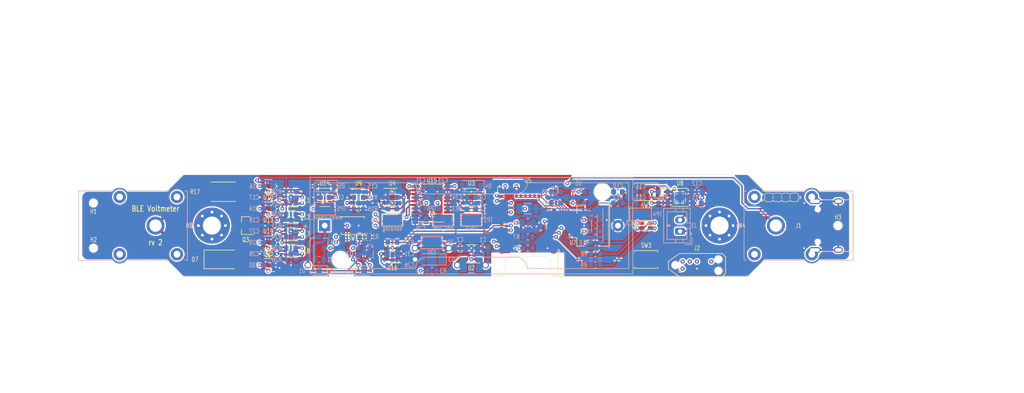
<source format=kicad_pcb>
(kicad_pcb (version 20221018) (generator pcbnew)
  (layers (0 "F.Cu" signal) (1 "In1.Cu" power) (2 "In2.Cu" power) (31 "B.Cu" signal) (34 "B.Paste" user) (35 "F.Paste" user) (36 "B.SilkS" user "B.Silkscreen") (37 "F.SilkS" user "F.Silkscreen") (38 "B.Mask" user) (39 "F.Mask" user) (44 "Edge.Cuts" user))
  (net 0 "")
  (net 1 "gnd")
  (net 2 "v3v3")
  (net 3 "vcenter")
  (net 4 "vbat")
  (net 5 "spk_chain_0")
  (net 6 "spk_chain_2.a")
  (net 7 "spk_chain_2.b")
  (net 8 "spk_chain_1")
  (net 9 "data_usb.usb.dp")
  (net 10 "vanalog")
  (net 11 "mcu.gpio.adc_cs")
  (net 12 "lcd.spi.sck")
  (net 13 "adc.spi.mosi")
  (net 14 "driver.control")
  (net 15 "mcu.gpio.driver_enable")
  (net 16 "mcu.gpio.driver_control")
  (net 17 "mcu.gpio.gate_control")
  (net 18 "mcu.gpio.sw0")
  (net 19 "mcu.gpio.lcd_reset")
  (net 20 "mcu.gpio.lcd_rs")
  (net 21 "mcu.gpio.lcd_cs")
  (net 22 "mcu.gpio.rgb_blue")
  (net 23 "mcu.gpio.sw1")
  (net 24 "mcu.gpio.sw2")
  (net 25 "mcu.usb_res.usb_inner.dp")
  (net 26 "mcu.usb_res.usb_inner.dm")
  (net 27 "v5v")
  (net 28 "rgb.red_res.a")
  (net 29 "spk_drv.inp_res.a")
  (net 30 "lcd.spi.mosi")
  (net 31 "adc.spi.miso")
  (net 32 "driver.sw.inputs.1")
  (net 33 "driver.sw.inputs.0")
  (net 34 "mcu.ic.swd.reset")
  (net 35 "mcu.swd.swd.swclk")
  (net 36 "rgb.green_res.a")
  (net 37 "spk_drv.ic.inn")
  (net 38 "adc_vref")
  (net 39 "inn_merge.inputs.0")
  (net 40 "mcu.adc.vbatsense")
  (net 41 "measure.range.switch.inputs.0")
  (net 42 "measure.range.switch.inputs.1")
  (net 43 "measure.range.switch.inputs.2")
  (net 44 "measure.range.switch.sw[1_0].inputs.0")
  (net 45 "measure.range.switch.sw[1_0].inputs.1")
  (net 46 "reg_5v.power_path.switch")
  (net 47 "adc.spi.sck")
  (net 48 "data_usb.S1")
  (net 49 "driver.range.switch.inputs.0")
  (net 50 "driver.range.switch.inputs.1")
  (net 51 "driver.range.switch.inputs.2")
  (net 52 "driver.range.switch.inputs.3")
  (net 53 "driver.range.switch.sw[1_0].inputs.0")
  (net 54 "driver.range.switch.sw[1_0].inputs.1")
  (net 55 "gate.ctl_diode.cathode")
  (net 56 "data_usb.usb.dm")
  (net 57 "mcu.gpio.driver_select_1_0")
  (net 58 "inn_mux.control.0")
  (net 59 "rgb.signals.red")
  (net 60 "mcu.gpio.measure_select_0_0")
  (net 61 "ref_buf.inp")
  (net 62 "reg_5v.ic.ce")
  (net 63 "rgb.blue_res.a")
  (net 64 "gate.pwr_out")
  (net 65 "spk_drv.inn_res.a")
  (net 66 "mcu.swd.swd.swo")
  (net 67 "mcu.ic.swd.swdio")
  (net 68 "rgb.signals.green")
  (net 69 "lcd.led_res.b")
  (net 70 "mcu.gpio.measure_select_1_0")
  (net 71 "driver.select.0_0")
  (net 72 "adc.dvdd_res.b")
  (net 73 "gate.amp_fet.drain")
  (net 74 "driver.fet.drain")
  (net 75 "(adapter)inp.port.src")
  (net 76 "meas_chain_0")
  (net 77 "meas_chain_1")
  (net 78 "driver.sw.out")
  (net 79 "data_usb.A4")
  (net 80 "adc.ic.avdd")
  (net 81 "spk_drv.(adapter)inp_res.b.dst")
  (footprint "edg:Symbol_Duckling" (layer "F.Cu") (at 72.5 40)
    (fp_text reference "U21" hide)
    (fp_text value "Duck" hide)
  )
  (footprint "edg:Indicator_IdDots_4" (layer "F.Cu") (at 191 35)
    (fp_text reference "2" hide)
    (fp_text value "IdDots4")
  )
  (footprint "edg:JlcToolingHole_1.152mm" (layer "F.Cu") (at 69 36)
    (fp_text reference "H1")
    (fp_text value "")
  )
  (footprint "edg:JlcToolingHole_1.152mm" (layer "F.Cu") (at 69 44)
    (fp_text reference "H2")
    (fp_text value "")
  )
  (footprint "Button_Switch_SMD:SW_Push_SPST_NO_Alps_SKRK" (layer "F.Cu") (at 115 40 180)
    (fp_text reference "SW1")
    (fp_text value "")
  )
  (footprint "Connector_FFC-FPC:Hirose_FH12-8S-0.5SH_1x08-1MP_P0.50mm_Horizontal" (layer "F.Cu") (at 156 40 90)
    (fp_text reference "U7")
    (fp_text value "")
  )
  (footprint "LED_SMD:LED_LiteOn_LTST-C19HE1WT" (layer "F.Cu") (at 167 40 90)
    (fp_text reference "D6")
    (fp_text value "")
  )
  (footprint "edg:JlcToolingHole_1.152mm" (layer "F.Cu") (at 201 40)
    (fp_text reference "H3")
    (fp_text value "")
  )
  (footprint "Connector_USB:USB_C_Receptacle_XKB_U262-16XN-4BVC11" (layer "F.Cu") (at 200 40 90)
    (fp_text reference "J1")
    (fp_text value "")
  )
  (footprint "Package_TO_SOT_SMD:SOT-363_SC-70-6" (layer "F.Cu") (at 104 44.5 180)
    (fp_text reference "U18")
    (fp_text value "")
  )
  (footprint "Package_TO_SOT_SMD:SOT-363_SC-70-6" (layer "F.Cu") (at 104 41.5 180)
    (fp_text reference "U17")
    (fp_text value "")
  )
  (footprint "Package_TO_SOT_SMD:SOT-363_SC-70-6" (layer "F.Cu") (at 100 43 180)
    (fp_text reference "U19")
    (fp_text value "")
  )
  (footprint "Package_TO_SOT_SMD:SOT-363_SC-70-6" (layer "F.Cu") (at 100 33 180)
    (fp_text reference "U10")
    (fp_text value "")
  )
  (footprint "Resistor_SMD:R_2512_6332Metric" (layer "F.Cu") (at 92 34)
    (fp_text reference "R17")
    (fp_text value "1M, 1%, 1.0 W")
  )
  (footprint "Package_TO_SOT_SMD:SOT-23-6" (layer "F.Cu") (at 122 45 180)
    (fp_text reference "U16")
    (fp_text value "")
  )
  (footprint "Package_TO_SOT_SMD:SOT-363_SC-70-6" (layer "F.Cu") (at 100 47 180)
    (fp_text reference "U20")
    (fp_text value "")
  )
  (footprint "Diode_SMD:D_SMA" (layer "F.Cu") (at 92 46)
    (fp_text reference "D7")
    (fp_text value "DIODE GEN PURP 400V 1A DO214AC")
  )
  (footprint "Package_TO_SOT_SMD:SOT-23-6" (layer "F.Cu") (at 116 35)
    (fp_text reference "U9")
    (fp_text value "")
  )
  (footprint "Package_TO_SOT_SMD:SOT-363_SC-70-6" (layer "F.Cu") (at 104 38.5 180)
    (fp_text reference "U12")
    (fp_text value "")
  )
  (footprint "Package_TO_SOT_SMD:SOT-363_SC-70-6" (layer "F.Cu") (at 104 35.5 180)
    (fp_text reference "U11")
    (fp_text value "")
  )
  (footprint "Package_TO_SOT_SMD:SOT-363_SC-70-6" (layer "F.Cu") (at 100 37 180)
    (fp_text reference "U13")
    (fp_text value "")
  )
  (footprint "Package_TO_SOT_SMD:SOT-23" (layer "F.Cu") (at 96 40 180)
    (fp_text reference "Q3")
    (fp_text value "MOSFET P-CH 250V 140MA SC-59-3")
  )
  (footprint "Package_SO:TSSOP-20_4.4x6.5mm_P0.65mm" (layer "F.Cu") (at 129 36)
    (fp_text reference "U15")
    (fp_text value "")
  )
  (footprint "Package_TO_SOT_SMD:SOT-23-5" (layer "F.Cu") (at 122 35)
    (fp_text reference "U4")
    (fp_text value "")
  )
  (footprint "Package_TO_SOT_SMD:SOT-23-5" (layer "F.Cu") (at 136 45 180)
    (fp_text reference "U2")
    (fp_text value "")
  )
  (footprint "Package_TO_SOT_SMD:SOT-23-6" (layer "F.Cu") (at 110 35)
    (fp_text reference "U14")
    (fp_text value "")
  )
  (footprint "Button_Switch_SMD:SW_Push_SPST_NO_Alps_SKRK" (layer "F.Cu") (at 167 46 180)
    (fp_text reference "SW3")
    (fp_text value "")
  )
  (footprint "MountingHole:MountingHole_3.2mm_M3_Pad_Via" (layer "F.Cu") (at 90 40)
    (fp_text reference "H5")
    (fp_text value "M3")
  )
  (footprint "RF_Module:Raytac_MDBT50Q" (layer "F.Cu") (at 146 41 180)
    (fp_text reference "U5")
    (fp_text value "")
  )
  (footprint "Connector:Tag-Connect_TC2050-IDC-NL_2x05_P1.27mm_Vertical" (layer "F.Cu") (at 176 47)
    (fp_text reference "J2")
    (fp_text value "SWD")
  )
  (footprint "Package_SO:MSOP-8-1EP_3x3mm_P0.65mm_EP1.73x1.85mm_ThermalVias" (layer "F.Cu") (at 173 35)
    (fp_text reference "U8")
    (fp_text value "")
  )
  (footprint "MountingHole:MountingHole_3.2mm_M3_Pad_Via" (layer "F.Cu") (at 180 40)
    (fp_text reference "H4")
    (fp_text value "M3")
  )
  (footprint "Button_Switch_SMD:SW_Push_SPST_NO_Alps_SKRK" (layer "F.Cu") (at 167 34 180)
    (fp_text reference "SW2")
    (fp_text value "")
  )
  (footprint "edg:Indicator_LeadFree" (layer "F.Cu") (at 191 44)
    (fp_text reference "1" hide)
    (fp_text value "LeadFree" hide)
  )
  (footprint "Package_TO_SOT_SMD:SOT-23-5" (layer "F.Cu") (at 136 35)
    (fp_text reference "U3")
    (fp_text value "")
  )
  (footprint "Battery:BatteryHolder_Keystone_2460_1xAA" (layer "B.Cu") (at 110 40)
    (fp_text reference "U1")
    (fp_text value "")
  )
  (footprint "edg:CLIFF_FCR7350" (layer "B.Cu") (at 80 40)
    (fp_text reference "J5")
    (fp_text value "")
  )
  (footprint "Resistor_SMD:R_0603_1608Metric" (layer "B.Cu") (at 162 36)
    (fp_text reference "R12")
    (fp_text value "±1% 1/10W Thick Film Resistors 75V ±100ppm/℃ -55℃~{+155℃} 1kΩ 0603 Chip Resistor - Surface Mount ROHS")
  )
  (footprint "Capacitor_SMD:C_0603_1608Metric" (layer "B.Cu") (at 136 37)
    (fp_text reference "C3")
    (fp_text value "50V 1uF X5R ±10% 0603 Multilayer Ceramic Capacitors MLCC - SMD/SMT ROHS")
  )
  (footprint "edg:CLIFF_FCR7350" (layer "B.Cu") (at 190 40 180)
    (fp_text reference "J4")
    (fp_text value "")
  )
  (footprint "Capacitor_SMD:C_0603_1608Metric" (layer "B.Cu") (at 162 34 180)
    (fp_text reference "C10")
    (fp_text value "50V 47nF X7R ±10% 0603 Multilayer Ceramic Capacitors MLCC - SMD/SMT ROHS")
  )
  (footprint "Resistor_SMD:R_0603_1608Metric" (layer "B.Cu") (at 109 46)
    (fp_text reference "R1")
    (fp_text value "±1% 1/10W Thick Film Resistors 75V ±100ppm/℃ -55℃~{+155℃} 10kΩ 0603 Chip Resistor - Surface Mount ROHS")
  )
  (footprint "Package_TO_SOT_SMD:SOT-23" (layer "B.Cu") (at 109 43 90)
    (fp_text reference "Q1")
    (fp_text value "20V 3.1A 860mW 112mΩ@4.5V,2.8A 1V@250μA P Channel SOT-23(SOT-23-3) MOSFETs ROHS")
  )
  (footprint "Diode_SMD:D_SOD-323" (layer "B.Cu") (at 109 48 180)
    (fp_text reference "D1")
    (fp_text value "30V 370mV@1mA 30mA SOD-323 Schottky Barrier Diodes (SBD) ROHS")
  )
  (footprint "Diode_SMD:D_SOD-323" (layer "B.Cu") (at 117 48)
    (fp_text reference "D2")
    (fp_text value "30V 370mV@1mA 30mA SOD-323 Schottky Barrier Diodes (SBD) ROHS")
  )
  (footprint "Resistor_SMD:R_0603_1608Metric" (layer "B.Cu") (at 117 42)
    (fp_text reference "R2")
    (fp_text value "±1% 1/10W Thick Film Resistors 75V ±100ppm/℃ -55℃~{+155℃} 10kΩ 0603 Chip Resistor - Surface Mount ROHS")
  )
  (footprint "Capacitor_SMD:C_0603_1608Metric" (layer "B.Cu") (at 158 39)
    (fp_text reference "C9")
    (fp_text value "50V 1uF X5R ±10% 0603 Multilayer Ceramic Capacitors MLCC - SMD/SMT ROHS")
  )
  (footprint "Resistor_SMD:R_0603_1608Metric" (layer "B.Cu") (at 151 34)
    (fp_text reference "R5")
    (fp_text value "±1% 1/10W Thick Film Resistors 75V ±200ppm/℃ -55℃~{+155℃} 27Ω 0603 Chip Resistor - Surface Mount ROHS")
  )
  (footprint "Resistor_SMD:R_0603_1608Metric" (layer "B.Cu") (at 151 36)
    (fp_text reference "R4")
    (fp_text value "±1% 1/10W Thick Film Resistors 75V ±200ppm/℃ -55℃~{+155℃} 27Ω 0603 Chip Resistor - Surface Mount ROHS")
  )
  (footprint "Capacitor_SMD:C_0805_2012Metric" (layer "B.Cu") (at 146 39.5)
    (fp_text reference "C8")
    (fp_text value "X5R 25V ±10% 10uF 0805 Multilayer Ceramic Capacitors MLCC - SMD/SMT ROHS")
  )
  (footprint "Resistor_SMD:R_0603_1608Metric" (layer "B.Cu") (at 146 44)
    (fp_text reference "R6")
    (fp_text value "±1% 1/10W Thick Film Resistors 75V ±100ppm/℃ -55℃~{+155℃} 1kΩ 0603 Chip Resistor - Surface Mount ROHS")
  )
  (footprint "TestPoint:TestPoint_Keystone_5015_Micro-Minature" (layer "B.Cu") (at 166 38 180)
    (fp_text reference "TP4")
    (fp_text value "spk_chain_1")
  )
  (footprint "TestPoint:TestPoint_Keystone_5015_Micro-Minature" (layer "B.Cu") (at 136 39)
    (fp_text reference "TP2")
    (fp_text value "v3v3")
  )
  (footprint "TestPoint:TestPoint_Keystone_5015_Micro-Minature" (layer "B.Cu") (at 122 39)
    (fp_text reference "TP3")
    (fp_text value "vanalog")
  )
  (footprint "Capacitor_SMD:C_1206_3216Metric" (layer "B.Cu") (at 146 37)
    (fp_text reference "C7")
    (fp_text value "50V 10uF X5R ±10% 1206 Multilayer Ceramic Capacitors MLCC - SMD/SMT ROHS")
  )
  (footprint "Resistor_SMD:R_0603_1608Metric" (layer "B.Cu") (at 104 46)
    (fp_text reference "R26")
    (fp_text value "±1% 1/10W Thick Film Resistors 75V ±100ppm/℃ -55℃~{+155℃} 1MΩ 0603 Chip Resistor - Surface Mount ROHS")
  )
  (footprint "Resistor_SMD:R_0603_1608Metric" (layer "B.Cu") (at 104 44)
    (fp_text reference "R25")
    (fp_text value "±1% 1/10W Thick Film Resistors 75V ±100ppm/℃ -55℃~{+155℃} 100kΩ 0603 Chip Resistor - Surface Mount ROHS")
  )
  (footprint "Resistor_SMD:R_0603_1608Metric" (layer "B.Cu") (at 104 42)
    (fp_text reference "R24")
    (fp_text value "±1% 1/10W Thick Film Resistors 75V ±100ppm/℃ -55℃~{+155℃} 10kΩ 0603 Chip Resistor - Surface Mount ROHS")
  )
  (footprint "Capacitor_SMD:C_0603_1608Metric" (layer "B.Cu") (at 100 43)
    (fp_text reference "C29")
    (fp_text value "50V 100nF X7R ±10% 0603 Multilayer Ceramic Capacitors MLCC - SMD/SMT ROHS")
  )
  (footprint "Capacitor_SMD:C_0603_1608Metric" (layer "B.Cu") (at 100 45 180)
    (fp_text reference "C28")
    (fp_text value "50V 100nF X7R ±10% 0603 Multilayer Ceramic Capacitors MLCC - SMD/SMT ROHS")
  )
  (footprint "Resistor_SMD:R_0603_1608Metric" (layer "B.Cu") (at 104 40)
    (fp_text reference "R23")
    (fp_text value "±1% 1/10W Thick Film Resistors 75V ±100ppm/℃ -55℃~{+155℃} 1kΩ 0603 Chip Resistor - Surface Mount ROHS")
  )
  (footprint "Resistor_SMD:R_0603_1608Metric" (layer "B.Cu") (at 122 43 180)
    (fp_text reference "R27")
    (fp_text value "±1% 1/10W Thick Film Resistors 75V ±100ppm/℃ -55℃~{+155℃} 1kΩ 0603 Chip Resistor - Surface Mount ROHS")
  )
  (footprint "Capacitor_SMD:C_0603_1608Metric" (layer "B.Cu") (at 100 33)
    (fp_text reference "C16")
    (fp_text value "50V 100nF X7R ±10% 0603 Multilayer Ceramic Capacitors MLCC - SMD/SMT ROHS")
  )
  (footprint "Capacitor_SMD:C_0603_1608Metric" (layer "B.Cu") (at 122 47)
    (fp_text reference "C26")
    (fp_text value "50V 100nF X7R ±10% 0603 Multilayer Ceramic Capacitors MLCC - SMD/SMT ROHS")
  )
  (footprint "Capacitor_SMD:C_0603_1608Metric" (layer "B.Cu") (at 100 47)
    (fp_text reference "C30")
    (fp_text value "50V 100nF X7R ±10% 0603 Multilayer Ceramic Capacitors MLCC - SMD/SMT ROHS")
  )
  (footprint "Capacitor_SMD:C_0603_1608Metric" (layer "B.Cu") (at 116 33 180)
    (fp_text reference "C15")
    (fp_text value "50V 100nF X7R ±10% 0603 Multilayer Ceramic Capacitors MLCC - SMD/SMT ROHS")
  )
  (footprint "Resistor_SMD:R_0603_1608Metric" (layer "B.Cu") (at 116 37)
    (fp_text reference "R16")
    (fp_text value "±1% 1/10W Thick Film Resistors 75V ±100ppm/℃ -55℃~{+155℃} 100kΩ 0603 Chip Resistor - Surface Mount ROHS")
  )
  (footprint "Resistor_SMD:R_0603_1608Metric" (layer "B.Cu") (at 116 35 180)
    (fp_text reference "R15")
    (fp_text value "±1% 1/10W Thick Film Resistors 75V ±100ppm/℃ -55℃~{+155℃} 100kΩ 0603 Chip Resistor - Surface Mount ROHS")
  )
  (footprint "Resistor_SMD:R_0603_1608Metric" (layer "B.Cu") (at 104 36)
    (fp_text reference "R19")
    (fp_text value "±1% 1/10W Thick Film Resistors 75V ±100ppm/℃ -55℃~{+155℃} 10kΩ 0603 Chip Resistor - Surface Mount ROHS")
  )
  (footprint "Resistor_SMD:R_0603_1608Metric" (layer "B.Cu") (at 104 34)
    (fp_text reference "R18")
    (fp_text value "±1% 1/10W Thick Film Resistors 75V ±100ppm/℃ -55℃~{+155℃} 1kΩ 0603 Chip Resistor - Surface Mount ROHS")
  )
  (footprint "Capacitor_SMD:C_0603_1608Metric" (layer "B.Cu") (at 100 39 180)
    (fp_text reference "C18")
    (fp_text value "50V 100nF X7R ±10% 0603 Multilayer Ceramic Capacitors MLCC - SMD/SMT ROHS")
  )
  (footprint "Resistor_SMD:R_0603_1608Metric" (layer "B.Cu") (at 104 38)
    (fp_text reference "R20")
    (fp_text value "±1% 1/10W Thick Film Resistors 75V ±100ppm/℃ -55℃~{+155℃} 100kΩ 0603 Chip Resistor - Surface Mount ROHS")
  )
  (footprint "Capacitor_SMD:C_0603_1608Metric" (layer "B.Cu") (at 100 37)
    (fp_text reference "C19")
    (fp_text value "50V 100nF X7R ±10% 0603 Multilayer Ceramic Capacitors MLCC - SMD/SMT ROHS")
  )
  (footprint "Capacitor_SMD:C_0603_1608Metric" (layer "B.Cu") (at 100 35 180)
    (fp_text reference "C17")
    (fp_text value "50V 100nF X7R ±10% 0603 Multilayer Ceramic Capacitors MLCC - SMD/SMT ROHS")
  )
  (footprint "Capacitor_SMD:C_0805_2012Metric" (layer "B.Cu") (at 122 45)
    (fp_text reference "C31")
    (fp_text value "50V 2.2uF Y5V ±20% 0805 Multilayer Ceramic Capacitors MLCC - SMD/SMT ROHS")
  )
  (footprint "TestPoint:TestPoint_Keystone_5015_Micro-Minature" (layer "B.Cu") (at 131 39)
    (fp_text reference "TP6")
    (fp_text value "adc_vref")
  )
  (footprint "Capacitor_SMD:C_0805_2012Metric" (layer "B.Cu") (at 127 39 180)
    (fp_text reference "C25")
    (fp_text value "X5R 25V ±10% 10uF 0805 Multilayer Ceramic Capacitors MLCC - SMD/SMT ROHS")
  )
  (footprint "Resistor_SMD:R_0603_1608Metric" (layer "B.Cu") (at 131 37)
    (fp_text reference "R22")
    (fp_text value "±1% 1/10W Thick Film Resistors 75V ±400ppm/℃ -55℃~{+155℃} 10Ω 0603 Chip Resistor - Surface Mount ROHS")
  )
  (footprint "Capacitor_SMD:C_0603_1608Metric" (layer "B.Cu") (at 131 35 180)
    (fp_text reference "C24")
    (fp_text value "50V 100nF X7R ±10% 0603 Multilayer Ceramic Capacitors MLCC - SMD/SMT ROHS")
  )
  (footprint "Capacitor_SMD:C_0603_1608Metric" (layer "B.Cu") (at 131 33 180)
    (fp_text reference "C23")
    (fp_text value "50V 100nF X7R ±10% 0603 Multilayer Ceramic Capacitors MLCC - SMD/SMT ROHS")
  )
  (footprint "Resistor_SMD:R_0603_1608Metric" (layer "B.Cu") (at 127 37 180)
    (fp_text reference "R21")
    (fp_text value "±1% 1/10W Thick Film Resistors 75V ±400ppm/℃ -55℃~{+155℃} 10Ω 0603 Chip Resistor - Surface Mount ROHS")
  )
  (footprint "Capacitor_SMD:C_0603_1608Metric" (layer "B.Cu") (at 127 35)
    (fp_text reference "C22")
    (fp_text value "50V 100nF X7R ±10% 0603 Multilayer Ceramic Capacitors MLCC - SMD/SMT ROHS")
  )
  (footprint "Capacitor_SMD:C_0603_1608Metric" (layer "B.Cu") (at 127 33)
    (fp_text reference "C21")
    (fp_text value "50V 100nF X7R ±10% 0603 Multilayer Ceramic Capacitors MLCC - SMD/SMT ROHS")
  )
  (footprint "TestPoint:TestPoint_Keystone_5015_Micro-Minature" (layer "B.Cu") (at 110 37)
    (fp_text reference "TP5")
    (fp_text value "meas_chain_1")
  )
  (footprint "Capacitor_SMD:C_0603_1608Metric" (layer "B.Cu") (at 122 37)
    (fp_text reference "C5")
    (fp_text value "50V 1uF X5R ±10% 0603 Multilayer Ceramic Capacitors MLCC - SMD/SMT ROHS")
  )
  (footprint "Capacitor_SMD:C_0603_1608Metric" (layer "B.Cu") (at 122 35 180)
    (fp_text reference "C6")
    (fp_text value "50V 1uF X5R ±10% 0603 Multilayer Ceramic Capacitors MLCC - SMD/SMT ROHS")
  )
  (footprint "Resistor_SMD:R_0603_1608Metric" (layer "B.Cu") (at 129 48)
    (fp_text reference "R3")
    (fp_text value "±1% 1/10W Thick Film Resistors 75V ±100ppm/℃ -55℃~{+155℃} 100kΩ 0603 Chip Resistor - Surface Mount ROHS")
  )
  (footprint "Capacitor_SMD:C_0603_1608Metric" (layer "B.Cu") (at 110 35 180)
    (fp_text reference "C20")
    (fp_text value "50V 100nF X7R ±10% 0603 Multilayer Ceramic Capacitors MLCC - SMD/SMT ROHS")
  )
  (footprint "Capacitor_SMD:C_0805_2012Metric" (layer "B.Cu") (at 134 44)
    (fp_text reference "C2")
    (fp_text value "25V 4.7uF X5R ±10% 0805 Multilayer Ceramic Capacitors MLCC - SMD/SMT ROHS")
  )
  (footprint "Resistor_SMD:R_0603_1608Metric" (layer "B.Cu") (at 158 41 180)
    (fp_text reference "R11")
    (fp_text value "±1% 1/10W Thick Film Resistors 75V ±200ppm/℃ -55℃~{+155℃} 100Ω 0603 Chip Resistor - Surface Mount ROHS")
  )
  (footprint "TestPoint:TestPoint_Keystone_5015_Micro-Minature" (layer "B.Cu") (at 129 43 180)
    (fp_text reference "TP1")
    (fp_text value "v5v")
  )
  (footprint "Package_TO_SOT_SMD:SOT-23" (layer "B.Cu") (at 117 45 -90)
    (fp_text reference "Q2")
    (fp_text value "60V 115mA 200mW 7.5Ω@10V,500mA 2.5V@250μA N Channel SOT-23(SOT-23-3) MOSFETs ROHS")
  )
  (footprint "Capacitor_SMD:C_0603_1608Metric" (layer "B.Cu") (at 100 41 180)
    (fp_text reference "C27")
    (fp_text value "50V 100nF X7R ±10% 0603 Multilayer Ceramic Capacitors MLCC - SMD/SMT ROHS")
  )
  (footprint "Connector_JST:JST_PH_B2B-PH-K_1x02_P2.00mm_Vertical" (layer "B.Cu") (at 173 41 90)
    (fp_text reference "J3")
    (fp_text value "")
  )
  (footprint "Package_TO_SOT_SMD:SOT-23" (layer "B.Cu") (at 155 35 180)
    (fp_text reference "U6")
    (fp_text value "")
  )
  (footprint "Capacitor_SMD:C_0805_2012Metric" (layer "B.Cu") (at 176 34 180)
    (fp_text reference "C12")
    (fp_text value "25V 4.7uF X5R ±10% 0805 Multilayer Ceramic Capacitors MLCC - SMD/SMT ROHS")
  )
  (footprint "Resistor_SMD:R_0603_1608Metric" (layer "B.Cu") (at 170 34 180)
    (fp_text reference "R14")
    (fp_text value "±1% 1/10W Thick Film Resistors 75V ±100ppm/℃ -55℃~{+155℃} 30kΩ 0603 Chip Resistor - Surface Mount ROHS")
  )
  (footprint "Capacitor_SMD:C_0603_1608Metric" (layer "B.Cu") (at 176 36 180)
    (fp_text reference "C11")
    (fp_text value "50V 100nF X7R ±10% 0603 Multilayer Ceramic Capacitors MLCC - SMD/SMT ROHS")
  )
  (footprint "Resistor_SMD:R_0603_1608Metric" (layer "B.Cu") (at 158 43 180)
    (fp_text reference "R10")
    (fp_text value "±1% 1/10W Thick Film Resistors 75V ±100ppm/℃ -55℃~{+155℃} 1kΩ 0603 Chip Resistor - Surface Mount ROHS")
  )
  (footprint "Resistor_SMD:R_0603_1608Metric" (layer "B.Cu") (at 158 45 180)
    (fp_text reference "R8")
    (fp_text value "±1% 1/10W Thick Film Resistors 75V ±100ppm/℃ -55℃~{+155℃} 1kΩ 0603 Chip Resistor - Surface Mount ROHS")
  )
  (footprint "Resistor_SMD:R_0603_1608Metric" (layer "B.Cu") (at 158 47 180)
    (fp_text reference "R9")
    (fp_text value "±1% 1/10W Thick Film Resistors 75V ±100ppm/℃ -55℃~{+155℃} 1kΩ 0603 Chip Resistor - Surface Mount ROHS")
  )
  (footprint "Capacitor_SMD:C_0603_1608Metric" (layer "B.Cu") (at 166 34 180)
    (fp_text reference "C14")
    (fp_text value "50V 1uF X5R ±10% 0603 Multilayer Ceramic Capacitors MLCC - SMD/SMT ROHS")
  )
  (footprint "Resistor_SMD:R_0603_1608Metric" (layer "B.Cu") (at 146 42 180)
    (fp_text reference "R7")
    (fp_text value "±1% 1/10W Thick Film Resistors 75V ±100ppm/℃ -55℃~{+155℃} 2.2kΩ 0603 Chip Resistor - Surface Mount ROHS")
  )
  (footprint "Diode_SMD:D_MiniMELF" (layer "B.Cu") (at 129 46 180)
    (fp_text reference "D3")
    (fp_text value "100nA@1V 25Ω Single 5.2V~{6V} 500mW 5.6V LL-34 Zener Diodes ROHS")
  )
  (footprint "Capacitor_SMD:C_0805_2012Metric" (layer "B.Cu") (at 138 44 180)
    (fp_text reference "C1")
    (fp_text value "X5R 25V ±10% 10uF 0805 Multilayer Ceramic Capacitors MLCC - SMD/SMT ROHS")
  )
  (footprint "Inductor_SMD:L_1210_3225Metric" (layer "B.Cu") (at 136 47 180)
    (fp_text reference "L1")
    (fp_text value "620mA 22uH ±10% 270mΩ 1210 Inductors (SMD) ROHS")
  )
  (footprint "Diode_SMD:D_SOD-123" (layer "B.Cu") (at 136 33 180)
    (fp_text reference "D4")
    (fp_text value "5μA@1V 90Ω Single 3.6V~{3.8V} 350mW 3.4V SOD-123 Zener Diodes ROHS")
  )
  (footprint "Diode_SMD:D_SOD-123" (layer "B.Cu") (at 110 33 180)
    (fp_text reference "D5")
    (fp_text value "5μA@1V 90Ω Single 3.6V~{3.8V} 350mW 3.4V SOD-123 Zener Diodes ROHS")
  )
  (footprint "Capacitor_SMD:C_0603_1608Metric" (layer "B.Cu") (at 166 36 180)
    (fp_text reference "C13")
    (fp_text value "50V 1uF X5R ±10% 0603 Multilayer Ceramic Capacitors MLCC - SMD/SMT ROHS")
  )
  (footprint "Resistor_SMD:R_0603_1608Metric" (layer "B.Cu") (at 170 36 180)
    (fp_text reference "R13")
    (fp_text value "±1% 1/10W Thick Film Resistors 75V ±100ppm/℃ -55℃~{+155℃} 30kΩ 0603 Chip Resistor - Surface Mount ROHS")
  )
  (footprint "Capacitor_SMD:C_0603_1608Metric" (layer "B.Cu") (at 136 35 180)
    (fp_text reference "C4")
    (fp_text value "50V 1uF X5R ±10% 0603 Multilayer Ceramic Capacitors MLCC - SMD/SMT ROHS")
  )
  (gr_line (start 67 45) (end 67 35) (stroke (width 0.05)) (layer "Edge.Cuts"))
  (gr_line (start 75 34) (end 82 34) (stroke (width 0.05)) (layer "Edge.Cuts"))
  (gr_line (start 74.998394 46.001082) (end 82 46) (stroke (width 0.05)) (layer "Edge.Cuts"))
  (gr_arc (start 74.998394 46.001082) (mid 73.638474 46.72195) (end 72.279127 46) (stroke (width 0.05)) (layer "Edge.Cuts"))
  (gr_line (start 68 46) (end 72.279127 46) (stroke (width 0.05)) (layer "Edge.Cuts"))
  (gr_line (start 195.001606 33.998918) (end 188 34) (stroke (width 0.05)) (layer "Edge.Cuts"))
  (gr_line (start 202 46) (end 197.719267 46.001082) (stroke (width 0.05)) (layer "Edge.Cuts"))
  (gr_arc (start 202 34) (mid 202.707107 34.292893) (end 203 35) (stroke (width 0.05)) (layer "Edge.Cuts"))
  (gr_line (start 195 46) (end 188 46) (stroke (width 0.05)) (layer "Edge.Cuts"))
  (gr_line (start 202 34) (end 197.720873 34) (stroke (width 0.05)) (layer "Edge.Cuts"))
  (gr_arc (start 203 45) (mid 202.707107 45.707107) (end 202 46) (stroke (width 0.05)) (layer "Edge.Cuts"))
  (gr_arc (start 197.719267 46.001082) (mid 196.359347 46.72195) (end 195 46) (stroke (width 0.05)) (layer "Edge.Cuts"))
  (gr_line (start 203 35) (end 203 45) (stroke (width 0.05)) (layer "Edge.Cuts"))
  (gr_arc (start 195.001606 33.998918) (mid 196.361526 33.27805) (end 197.720873 34) (stroke (width 0.05)) (layer "Edge.Cuts"))
  (gr_line (start 151 49) (end 185 49) (stroke (width 0.05)) (layer "Edge.Cuts"))
  (gr_line (start 142 48) (end 142 46.5) (stroke (width 0.05)) (layer "Edge.Cuts"))
  (gr_line (start 143 45.5) (end 149 45.5) (stroke (width 0.05)) (layer "Edge.Cuts"))
  (gr_line (start 150 46.5) (end 150 48) (stroke (width 0.05)) (layer "Edge.Cuts"))
  (gr_arc (start 142 48) (mid 141.707107 48.707107) (end 141 49) (stroke (width 0.05)) (layer "Edge.Cuts"))
  (gr_line (start 85 49) (end 82 46) (stroke (width 0.05)) (layer "Edge.Cuts"))
  (gr_line (start 185 31) (end 85 31) (stroke (width 0.05)) (layer "Edge.Cuts"))
  (gr_arc (start 67 35) (mid 67.292893 34.292893) (end 68 34) (stroke (width 0.05)) (layer "Edge.Cuts"))
  (gr_arc (start 142 46.5) (mid 142.292893 45.792893) (end 143 45.5) (stroke (width 0.05)) (layer "Edge.Cuts"))
  (gr_line (start 85 31) (end 82 34) (stroke (width 0.05)) (layer "Edge.Cuts"))
  (gr_arc (start 151 49) (mid 150.292893 48.707107) (end 150 48) (stroke (width 0.05)) (layer "Edge.Cuts"))
  (gr_arc (start 72.280733 33.998918) (mid 73.640653 33.27805) (end 75 34) (stroke (width 0.05)) (layer "Edge.Cuts"))
  (gr_line (start 188 46) (end 185 49) (stroke (width 0.05)) (layer "Edge.Cuts"))
  (gr_arc (start 149 45.5) (mid 149.707107 45.792893) (end 150 46.5) (stroke (width 0.05)) (layer "Edge.Cuts"))
  (gr_line (start 85 49) (end 141 49) (stroke (width 0.05)) (layer "Edge.Cuts"))
  (gr_arc (start 68 46) (mid 67.292893 45.707107) (end 67 45) (stroke (width 0.05)) (layer "Edge.Cuts"))
  (gr_line (start 68 34) (end 72.280733 33.998918) (stroke (width 0.05)) (layer "Edge.Cuts"))
  (gr_line (start 185 31) (end 188 34) (stroke (width 0.05)) (layer "Edge.Cuts"))
  (gr_text "BLE Voltmeter" (at 80 37) (layer "F.SilkS") (effects (font (size 1 0.8))))
  (gr_text "rv 2" (at 80 43) (layer "F.SilkS") (effects (font (size 1 0.8))))
  (segment (start 101.515001 43) (end 101.515002 43.000001) (width 0.25) (layer "F.Cu") (net 1))
  (segment (start 100.95 43) (end 101.515001 43) (width 0.25) (layer "F.Cu") (net 1))
  (segment (start 100.95 33) (end 101.49692 33) (width 0.25) (layer "F.Cu") (net 1))
  (segment (start 101.49692 33) (end 101.503079 32.993841) (width 0.25) (layer "F.Cu") (net 1))
  (segment (start 124 45) (end 123.1 45) (width 0.25) (layer "F.Cu") (net 1))
  (segment (start 104.5 41.5) (end 104 41) (width 0.25) (layer "F.Cu") (net 1))
  (segment (start 104.95 41.5) (end 104.5 41.5) (width 0.25) (layer "F.Cu") (net 1))
  (segment (start 100.95 37) (end 101.515001 37) (width 0.25) (layer "F.Cu") (net 1))
  (segment (start 101.515001 37) (end 101.515002 37.000001) (width 0.25) (layer "F.Cu") (net 1))
  (segment (start 104.95 35.5) (end 104.5 35.5) (width 0.25) (layer "F.Cu") (net 1))
  (segment (start 104.5 35.5) (end 104 35) (width 0.25) (layer "F.Cu") (net 1))
  (segment (start 101.503079 32.503079) (end 101.503079 32.993841) (width 0.25) (layer "F.Cu") (net 1))
  (segment (start 100.95 32.35) (end 101.35 32.35) (width 0.25) (layer "F.Cu") (net 1))
  (segment (start 101.35 32.35) (end 101.503079 32.503079) (width 0.25) (layer "F.Cu") (net 1))
  (segment (start 114 35) (end 115 35) (width 0.25) (layer "F.Cu") (net 1))
  (segment (start 130.275 33.725) (end 130 34) (width 0.25) (layer "F.Cu") (net 1))
  (segment (start 131.8625 33.725) (end 130.275 33.725) (width 0.25) (layer "F.Cu") (net 1))
  (segment (start 127.725 33.725) (end 128 34) (width 0.25) (layer "F.Cu") (net 1))
  (segment (start 126.1375 33.725) (end 127.725 33.725) (width 0.25) (layer "F.Cu") (net 1))
  (segment (start 127.625 34.375) (end 128 34) (width 0.25) (layer "F.Cu") (net 1))
  (segment (start 126.1375 34.375) (end 127.625 34.375) (width 0.25) (layer "F.Cu") (net 1))
  (segment (start 108 35) (end 108.9 35) (width 0.25) (layer "F.Cu") (net 1))
  (segment (start 175.1625 34.675) (end 173 34.675) (width 0.25) (layer "F.Cu") (net 1))
  (segment (start 196.33 36.65) (end 195.65 36.65) (width 0.25) (layer "F.Cu") (net 1))
  (segment (start 136 44) (end 136 45) (width 0.5) (layer "F.Cu") (net 1))
  (segment (start 150.8 33.85) (end 150.8 33.2) (width 0.25) (layer "F.Cu") (net 1))
  (segment (start 142.75 44.75) (end 143.499976 44.000024) (width 0.25) (layer "F.Cu") (net 1))
  (segment (start 141.2 33.85) (end 141.2 33.2) (width 0.25) (layer "F.Cu") (net 1))
  (segment (start 136 35.25) (end 136 34) (width 0.5) (layer "F.Cu") (net 1))
  (segment (start 143.499976 44.000024) (end 143.5 44.000024) (width 0.25) (layer "F.Cu") (net 1))
  (segment (start 178.54 47.635) (end 178.540007 47.634993) (width 0.25) (layer "F.Cu") (net 1))
  (segment (start 196.33 43.35) (end 195.65 43.35) (width 0.25) (layer "F.Cu") (net 1))
  (segment (start 104 45.5) (end 104 47) (width 0.25) (layer "F.Cu") (net 1))
  (segment (start 195.65 43.35) (end 195 44) (width 0.25) (layer "F.Cu") (net 1))
  (segment (start 120.9 35) (end 122 35) (width 0.5) (layer "F.Cu") (net 1))
  (segment (start 168.5 33.5) (end 168 33) (width 0.16) (layer "F.Cu") (net 1))
  (segment (start 136 35.25) (end 135.75 35) (width 0.5) (layer "F.Cu") (net 1))
  (segment (start 101.5 47) (end 102 47.5) (width 0.25) (layer "F.Cu") (net 1))
  (segment (start 136 36) (end 136 35.25) (width 0.5) (layer "F.Cu") (net 1))
  (segment (start 150.65 44.75) (end 150.25 44.75) (width 0.25) (layer "F.Cu") (net 1))
  (segment (start 135.75 35) (end 134.9 35) (width 0.5) (layer "F.Cu") (net 1))
  (segment (start 117.1 40) (end 116 40) (width 0.25) (layer "F.Cu") (net 1))
  (segment (start 141.2 33.2) (end 141 33) (width 0.25) (layer "F.Cu") (net 1))
  (segment (start 155.364998 40.848004) (end 155.364998 40.635002) (width 0.25) (layer "F.Cu") (net 1))
  (segment (start 195.65 36.65) (end 195 36) (width 0.25) (layer "F.Cu") (net 1))
  (segment (start 149.85 43.65) (end 149.5 44) (width 0.25) (layer "F.Cu") (net 1))
  (segment (start 100.95 47) (end 101.5 47) (width 0.25) (layer "F.Cu") (net 1))
  (segment (start 104.95 38.5) (end 105.5 38.5) (width 0.25) (layer "F.Cu") (net 1))
  (segment (start 122 36) (end 122 34) (width 0.5) (layer "F.Cu") (net 1))
  (segment (start 104.25 44.75) (end 104.25 45.25) (width 0.25) (layer "F.Cu") (net 1))
  (segment (start 169.1 33.5) (end 168.5 33.5) (width 0.16) (layer "F.Cu") (net 1))
  (segment (start 150.25 44.75) (end 149.5 44) (width 0.25) (layer "F.Cu") (net 1))
  (segment (start 155.364998 40.635002) (end 156 40) (width 0.25) (layer "F.Cu") (net 1))
  (segment (start 169.1 34) (end 169.1 33.5) (width 0.16) (layer "F.Cu") (net 1))
  (segment (start 104.5 44.5) (end 104.25 44.75) (width 0.25) (layer "F.Cu") (net 1))
  (segment (start 176 47.635) (end 176 47.634986) (width 0.25) (layer "F.Cu") (net 1))
  (segment (start 105.5 38.5) (end 106 39) (width 0.25) (layer "F.Cu") (net 1))
  (segment (start 154.963002 41.25) (end 155.364998 40.848004) (width 0.25) (layer "F.Cu") (net 1))
  (segment (start 150.8 33.2) (end 151 33) (width 0.25) (layer "F.Cu") (net 1))
  (segment (start 154.15 41.25) (end 154.963002 41.25) (width 0.25) (layer "F.Cu") (net 1))
  (segment (start 149.85 43.65) (end 150.65 43.65) (width 0.25) (layer "F.Cu") (net 1))
  (segment (start 104.95 44.5) (end 104.5 44.5) (width 0.25) (layer "F.Cu") (net 1))
  (segment (start 137.1 45) (end 136 45) (width 0.5) (layer "F.Cu") (net 1))
  (segment (start 196.33 36.65) (end 196.33 36.95) (width 0.25) (layer "F.Cu") (net 1))
  (segment (start 196.33 43.05) (end 196.33 43.35) (width 0.25) (layer "F.Cu") (net 1))
  (segment (start 104.25 45.25) (end 104 45.5) (width 0.25) (layer "F.Cu") (net 1))
  (segment (start 141.35 44.75) (end 142.75 44.75) (width 0.25) (layer "F.Cu") (net 1))
  (via (at 114 35) (size 0.7) (drill 0.3) (layers "F.Cu" "B.Cu") (net 1))
  (via (at 104 41) (size 0.7) (drill 0.3) (layers "F.Cu" "B.Cu") (net 1))
  (via (at 101.515002 43.000001) (size 0.7) (drill 0.3) (layers "F.Cu" "B.Cu") (net 1))
  (via (at 98.5 45) (size 0.7) (drill 0.3) (layers "F.Cu" "B.Cu") (net 1))
  (via (at 98.5 35) (size 0.7) (drill 0.3) (layers "F.Cu" "B.Cu") (net 1))
  (via (at 101.503079 32.993841) (size 0.7) (drill 0.3) (layers "F.Cu" "B.Cu") (net 1))
  (via (at 124 45) (size 0.7) (drill 0.3) (layers "F.Cu" "B.Cu") (net 1))
  (via (at 104 35) (size 0.7) (drill 0.3) (layers "F.Cu" "B.Cu") (net 1))
  (via (at 101.515002 37.000001) (size 0.7) (drill 0.3) (layers "F.Cu" "B.Cu") (net 1))
  (via (at 128 34) (size 0.7) (drill 0.3) (layers "F.Cu" "B.Cu") (net 1))
  (via (at 130 34) (size 0.7) (drill 0.3) (layers "F.Cu" "B.Cu") (net 1))
  (via (at 108 35) (size 0.7) (drill 0.3) (layers "F.Cu" "B.Cu") (net 1))
  (via (at 99.424013 40.025987) (size 0.7) (drill 0.3) (layers "F.Cu" "B.Cu") (net 1))
  (via (at 156 40) (size 0.7) (drill 0.3) (layers "F.Cu" "B.Cu") (net 1))
  (via (at 122 34) (size 0.7) (drill 0.3) (layers "F.Cu" "B.Cu") (net 1))
  (via (at 141 33) (size 0.7) (drill 0.3) (layers "F.Cu" "B.Cu") (net 1))
  (via (at 136 34) (size 0.7) (drill 0.3) (layers "F.Cu" "B.Cu") (net 1))
  (via (at 160 39) (size 0.7) (drill 0.3) (layers "F.Cu" "B.Cu") (net 1))
  (via (at 104 47) (size 0.7) (drill 0.3) (layers "F.Cu" "B.Cu") (net 1))
  (via (at 136 44) (size 0.7) (drill 0.3) (layers "F.Cu" "B.Cu") (net 1))
  (via (at 106 39) (size 0.7) (drill 0.3) (layers "F.Cu" "B.Cu") (net 1))
  (via (at 118.5 36) (size 0.7) (drill 0.3) (layers "F.Cu" "B.Cu") (net 1))
  (via (at 126 46) (size 1.2) (drill 0.8) (layers "F.Cu" "B.Cu") (net 1))
  (via (at 136 45) (size 0.7) (drill 0.3) (layers "F.Cu" "B.Cu") (net 1))
  (via (at 148 39.5) (size 0.7) (drill 0.3) (layers "F.Cu" "B.Cu") (net 1))
  (via (at 116 40) (size 0.7) (drill 0.3) (layers "F.Cu" "B.Cu") (net 1))
  (via (at 195 44) (size 0.7) (drill 0.3) (layers "F.Cu" "B.Cu") (net 1))
  (via (at 176 47.634986) (size 0.7) (drill 0.3) (layers "F.Cu" "B.Cu") (net 1))
  (via (at 195 36) (size 0.7) (drill 0.3) (layers "F.Cu" "B.Cu") (net 1))
  (via (at 118 46) (size 0.7) (drill 0.3) (layers "F.Cu" "B.Cu") (net 1))
  (via (at 122 36) (size 0.7) (drill 0.3) (layers "F.Cu" "B.Cu") (net 1))
  (via (at 136 36) (size 0.7) (drill 0.3) (layers "F.Cu" "B.Cu") (net 1))
  (via (at 143.5 44.000024) (size 0.7) (drill 0.3) (layers "F.Cu" "B.Cu") (net 1))
  (via (at 149.5 44) (size 0.7) (drill 0.3) (layers "F.Cu" "B.Cu") (net 1))
  (via (at 102 47.5) (size 0.7) (drill 0.3) (layers "F.Cu" "B.Cu") (net 1))
  (via (at 151 33) (size 0.7) (drill 0.3) (layers "F.Cu" "B.Cu") (net 1))
  (segment (start 101.515002 43.000001) (end 100.775001 43.000001) (width 0.25) (layer "B.Cu") (net 1))
  (segment (start 100.775001 43.000001) (end 100.775 43) (width 0.25) (layer "B.Cu") (net 1))
  (segment (start 99.225 45) (end 98.5 45) (width 0.25) (layer "B.Cu") (net 1))
  (segment (start 99.225 35) (end 98.5 35) (width 0.25) (layer "B.Cu") (net 1))
  (segment (start 101.503079 32.993841) (end 100.781159 32.993841) (width 0.25) (layer "B.Cu") (net 1))
  (segment (start 100.781159 32.993841) (end 100.775 33) (width 0.25) (layer "B.Cu") (net 1))
  (segment (start 122.775 45) (end 124 45) (width 0.25) (layer "B.Cu") (net 1))
  (segment (start 100.775001 37.000001) (end 100.775 37) (width 0.25) (layer "B.Cu") (net 1))
  (segment (start 122.775 47) (end 123.5 47) (width 0.25) (layer "B.Cu") (net 1))
  (segment (start 123.5 47) (end 124 46.5) (width 0.25) (layer "B.Cu") (net 1))
  (segment (start 101.515002 37.000001) (end 100.775001 37.000001) (width 0.25) (layer "B.Cu") (net 1))
  (segment (start 124 46.5) (end 124 45) (width 0.25) (layer "B.Cu") (net 1))
  (segment (start 114 33.5) (end 114 35) (width 0.25) (layer "B.Cu") (net 1))
  (segment (start 115.225 33) (end 114.5 33) (width 0.25) (layer "B.Cu") (net 1))
  (segment (start 114.5 33) (end 114 33.5) (width 0.25) (layer "B.Cu") (net 1))
  (segment (start 130.225 34.225) (end 130.225 35) (width 0.25) (layer "B.Cu") (net 1))
  (segment (start 130.225 33) (end 130.225 34.225) (width 0.25) (layer "B.Cu") (net 1))
  (segment (start 130.225 34.225) (end 130 34) (width 0.25) (layer "B.Cu") (net 1))
  (segment (start 127.775 34.225) (end 128 34) (width 0.25) (layer "B.Cu") (net 1))
  (segment (start 127.775 33) (end 127.775 34.225) (width 0.25) (layer "B.Cu") (net 1))
  (segment (start 127.775 34.225) (end 127.775 35) (width 0.25) (layer "B.Cu") (net 1))
  (segment (start 109.225 35) (end 108 35) (width 0.25) (layer "B.Cu") (net 1))
  (segment (start 173.9 36) (end 173.55 35.65) (width 0.25) (layer "B.Cu") (net 1))
  (segment (start 173.9 34) (end 173.55 34.35) (width 0.25) (layer "B.Cu") (net 1))
  (segment (start 117.95 45.95) (end 118 46) (width 0.25) (layer "B.Cu") (net 1))
  (segment (start 134.35 33.85) (end 134.35 33) (width 0.5) (layer "B.Cu") (net 1))
  (segment (start 121.5 34) (end 121.225 34.275) (width 0.5) (layer "B.Cu") (net 1))
  (segment (start 136.775 37) (end 136.775 36.275) (width 0.5) (layer "B.Cu") (net 1))
  (segment (start 175.225 36) (end 173.9 36) (width 0.25) (layer "B.Cu") (net 1))
  (segment (start 117.95 44) (end 117.95 45.95) (width 0.25) (layer "B.Cu") (net 1))
  (segment (start 158.775 39) (end 160 39) (width 0.25) (layer "B.Cu") (net 1))
  (segment (start 121.5 36) (end 121.225 35.725) (width 0.5) (layer "B.Cu") (net 1))
  (segment (start 135.225 35) (end 135.225 35.725) (width 0.5) (layer "B.Cu") (net 1))
  (segment (start 127.25 46) (end 126 46) (width 0.5) (layer "B.Cu") (net 1))
  (segment (start 101.5 47) (end 102 47.5) (width 0.25) (layer "B.Cu") (net 1))
  (segment (start 135.225 35.725) (end 135.5 36) (width 0.5) (layer "B.Cu") (net 1))
  (segment (start 173.9 34) (end 175.05 34) (width 0.25) (layer "B.Cu") (net 1))
  (segment (start 100.775 47) (end 101.5 47) (width 0.25) (layer "B.Cu") (net 1))
  (segment (start 117.5 37) (end 118.5 36) (width 0.25) (layer "B.Cu") (net 1))
  (segment (start 136 34) (end 134.5 34) (width 0.5) (layer "B.Cu") (net 1))
  (segment (start 121.225 35.725) (end 121.225 35) (width 0.5) (layer "B.Cu") (net 1))
  (segment (start 134.5 34) (end 134.35 33.85) (width 0.5) (layer "B.Cu") (net 1))
  (segment (start 99.225 41) (end 99.225 40.225) (width 0.25) (layer "B.Cu") (net 1))
  (segment (start 99.225 40.225) (end 99.424013 40.025987) (width 0.25) (layer "B.Cu") (net 1))
  (segment (start 136.775 36.275) (end 136.5 36) (width 0.5) (layer "B.Cu") (net 1))
  (segment (start 99.225 39) (end 99.225 41) (width 0.25) (layer "B.Cu") (net 1))
  (segment (start 146.95 39.5) (end 148 39.5) (width 0.25) (layer "B.Cu") (net 1))
  (segment (start 136 36) (end 136.5 36) (width 0.5) (layer "B.Cu") (net 1))
  (segment (start 117.825 42) (end 117.825 42.825) (width 0.25) (layer "B.Cu") (net 1))
  (segment (start 117.825 42.825) (end 117.95 42.95) (width 0.25) (layer "B.Cu") (net 1))
  (segment (start 122.5 36) (end 122 36) (width 0.5) (layer "B.Cu") (net 1))
  (segment (start 135.5 36) (end 136 36) (width 0.5) (layer "B.Cu") (net 1))
  (segment (start 122.775 36.275) (end 122.5 36) (width 0.5) (layer "B.Cu") (net 1))
  (segment (start 135.225 35) (end 135.225 34.275) (width 0.5) (layer "B.Cu") (net 1))
  (segment (start 134.95 44) (end 137.05 44) (width 0.5) (layer "B.Cu") (net 1))
  (segment (start 117.95 42.95) (end 117.95 44) (width 0.25) (layer "B.Cu") (net 1))
  (segment (start 121.225 35) (end 121 35) (width 0.25) (layer "B.Cu") (net 1))
  (segment (start 116.825 37) (end 117.5 37) (width 0.25) (layer "B.Cu") (net 1))
  (segment (start 121.225 34.275) (end 121.225 35) (width 0.5) (layer "B.Cu") (net 1))
  (segment (start 122 34) (end 121.5 34) (width 0.5) (layer "B.Cu") (net 1))
  (segment (start 122.775 37) (end 122.775 36.275) (width 0.5) (layer "B.Cu") (net 1))
  (segment (start 122 36) (end 121.5 36) (width 0.5) (layer "B.Cu") (net 1))
  (segment (start 165.575 39.575) (end 165.5 39.5) (width 0.25) (layer "F.Cu") (net 2))
  (segment (start 154.15 38.75) (end 155.75 38.75) (width 0.25) (layer "F.Cu") (net 2))
  (segment (start 144.4 33.85) (end 144.4 33.4) (width 0.25) (layer "F.Cu") (net 2))
  (segment (start 143.6 33.85) (end 143.6 33.4) (width 0.25) (layer "F.Cu") (net 2))
  (segment (start 144.4 33.4) (end 144 33) (width 0.25) (layer "F.Cu") (net 2))
  (segment (start 137.1 34.05) (end 137.95 34.05) (width 0.5) (layer "F.Cu") (net 2))
  (segment (start 166.275 39.575) (end 165.575 39.575) (width 0.25) (layer "F.Cu") (net 2))
  (segment (start 137.95 34.05) (end 138 34) (width 0.5) (layer "F.Cu") (net 2))
  (segment (start 143.6 33.4) (end 144 33) (width 0.25) (layer "F.Cu") (net 2))
  (segment (start 155.75 38.75) (end 156 39) (width 0.25) (layer "F.Cu") (net 2))
  (segment (start 173.46 47.635) (end 173.46 47.634968) (width 0.25) (layer "F.Cu") (net 2))
  (via (at 130 36) (size 0.7) (drill 0.3) (layers "F.Cu" "B.Cu") (net 2))
  (via (at 156 39) (size 0.7) (drill 0.3) (layers "F.Cu" "B.Cu") (net 2))
  (via (at 173.46 47.634968) (size 0.7) (drill 0.3) (layers "F.Cu" "B.Cu") (net 2))
  (via (at 165.5 39.5) (size 0.7) (drill 0.3) (layers "F.Cu" "B.Cu") (net 2))
  (via (at 144 33) (size 0.7) (drill 0.3) (layers "F.Cu" "B.Cu") (net 2))
  (via (at 138 34) (size 0.7) (drill 0.3) (layers "F.Cu" "B.Cu") (net 2))
  (via (at 144 39.5) (size 0.7) (drill 0.3) (layers "F.Cu" "B.Cu") (net 2))
  (segment (start 130.175 37) (end 130.175 36.175) (width 0.25) (layer "B.Cu") (net 2))
  (segment (start 130.175 36.175) (end 130 36) (width 0.25) (layer "B.Cu") (net 2))
  (segment (start 158.825 40.325) (end 158.5 40) (width 0.25) (layer "B.Cu") (net 2))
  (segment (start 157.225 39.725) (end 157.5 40) (width 0.25) (layer "B.Cu") (net 2))
  (segment (start 136 39) (end 137 39) (width 0.5) (layer "B.Cu") (net 2))
  (segment (start 145.05 39.5) (end 144 39.5) (width 0.25) (layer "B.Cu") (net 2))
  (segment (start 157.225 39) (end 157.225 39.725) (width 0.25) (layer "B.Cu") (net 2))
  (segment (start 158.825 41) (end 158.825 40.325) (width 0.25) (layer "B.Cu") (net 2))
  (segment (start 157.5 40) (end 158.5 40) (width 0.25) (layer "B.Cu") (net 2))
  (segment (start 138 36) (end 138 34) (width 0.5) (layer "B.Cu") (net 2))
  (segment (start 137 39) (end 138 38) (width 0.5) (layer "B.Cu") (net 2))
  (segment (start 157.225 39) (end 156 39) (width 0.25) (layer "B.Cu") (net 2))
  (segment (start 137.65 33) (end 137.65 33.65) (width 0.5) (layer "B.Cu") (net 2))
  (segment (start 138 38) (end 138 36) (width 0.5) (layer "B.Cu") (net 2))
  (segment (start 136.775 35) (end 138 35) (width 0.5) (layer "B.Cu") (net 2))
  (segment (start 137.65 33.65) (end 138 34) (width 0.5) (layer "B.Cu") (net 2))
  (segment (start 106.25 33.65) (end 100.95 33.65) (width 0.25) (layer "F.Cu") (net 3))
  (segment (start 115.55 34.05) (end 116 34.5) (width 0.25) (layer "F.Cu") (net 3))
  (segment (start 113.05 34.05) (end 112 33) (width 0.25) (layer "F.Cu") (net 3))
  (segment (start 112 33) (end 106.9 33) (width 0.25) (layer "F.Cu") (net 3))
  (segment (start 116.45 35.95) (end 116 35.5) (width 0.25) (layer "F.Cu") (net 3))
  (segment (start 116 35.5) (end 116 34.5) (width 0.25) (layer "F.Cu") (net 3))
  (segment (start 114.9 34.05) (end 113.05 34.05) (width 0.25) (layer "F.Cu") (net 3))
  (segment (start 117.1 35.95) (end 116.45 35.95) (width 0.25) (layer "F.Cu") (net 3))
  (segment (start 106.9 33) (end 106.25 33.65) (width 0.25) (layer "F.Cu") (net 3))
  (segment (start 114.9 34.05) (end 115.55 34.05) (width 0.25) (layer "F.Cu") (net 3))
  (segment (start 108.175 46) (end 108.175 45.175) (width 0.5) (layer "B.Cu") (net 4))
  (segment (start 108.5 43) (end 109.588002 43) (width 0.5) (layer "B.Cu") (net 4))
  (segment (start 110 42.588002) (end 110 40) (width 0.5) (layer "B.Cu") (net 4))
  (segment (start 108.175 45.175) (end 108.05 45.05) (width 0.5) (layer "B.Cu") (net 4))
  (segment (start 109.588002 43) (end 110 42.588002) (width 0.5) (layer "B.Cu") (net 4))
  (segment (start 108.05 44) (end 108.05 43.45) (width 0.5) (layer "B.Cu") (net 4))
  (segment (start 108.05 45.05) (end 108.05 44) (width 0.5) (layer "B.Cu") (net 4))
  (segment (start 108.05 43.45) (end 108.5 43) (width 0.5) (layer "B.Cu") (net 4))
  (segment (start 142.25 36.05) (end 142.95 36.05) (width 0.16) (layer "F.Cu") (net 5))
  (segment (start 142.95 36.05) (end 143 36) (width 0.16) (layer "F.Cu") (net 5))
  (via (at 143 36) (size 0.7) (drill 0.3) (layers "F.Cu" "B.Cu") (net 5))
  (segment (start 149.5 37) (end 157 37) (width 0.16) (layer "B.Cu") (net 5))
  (segment (start 157 37) (end 158 36) (width 0.16) (layer "B.Cu") (net 5))
  (segment (start 143 36) (end 143.5 35.5) (width 0.16) (layer "B.Cu") (net 5))
  (segment (start 158 36) (end 161.175 36) (width 0.16) (layer "B.Cu") (net 5))
  (segment (start 143.5 35.5) (end 148 35.5) (width 0.16) (layer "B.Cu") (net 5))
  (segment (start 148 35.5) (end 149.5 37) (width 0.16) (layer "B.Cu") (net 5))
  (segment (start 174.5 40.5) (end 174 41) (width 0.25) (layer "F.Cu") (net 6))
  (segment (start 177.025 34.025) (end 178 35) (width 0.25) (layer "F.Cu") (net 6))
  (segment (start 174 41) (end 173 41) (width 0.25) (layer "F.Cu") (net 6))
  (segment (start 177 36.5) (end 178 35.5) (width 0.25) (layer "F.Cu") (net 6))
  (segment (start 178 35) (end 178 35.5) (width 0.25) (layer "F.Cu") (net 6))
  (segment (start 175.1625 34.025) (end 177.025 34.025) (width 0.25) (layer "F.Cu") (net 6))
  (segment (start 174.5 40.5) (end 174.5 37) (width 0.25) (layer "F.Cu") (net 6))
  (segment (start 175 36.5) (end 177 36.5) (width 0.25) (layer "F.Cu") (net 6))
  (segment (start 174.5 37) (end 175 36.5) (width 0.25) (layer "F.Cu") (net 6))
  (segment (start 174 38) (end 173 39) (width 0.25) (layer "F.Cu") (net 7))
  (segment (start 174.525 35.975) (end 174 36.5) (width 0.25) (layer "F.Cu") (net 7))
  (segment (start 175.1625 35.975) (end 174.525 35.975) (width 0.25) (layer "F.Cu") (net 7))
  (segment (start 174 36.5) (end 174 38) (width 0.25) (layer "F.Cu") (net 7))
  (segment (start 165.225 36) (end 165.225 37.225) (width 0.25) (layer "B.Cu") (net 8))
  (segment (start 165.225 37.225) (end 166 38) (width 0.25) (layer "B.Cu") (net 8))
  (segment (start 162.825 36) (end 165.225 36) (width 0.25) (layer "B.Cu") (net 8))
  (segment (start 162.775 35.95) (end 162.825 36) (width 0.25) (layer "B.Cu") (net 8))
  (segment (start 162.775 34) (end 162.775 35.95) (width 0.25) (layer "B.Cu") (net 8))
  (segment (start 182.25 32) (end 156 32) (width 0.16) (layer "F.Cu") (net 9))
  (segment (start 196.33 39.25) (end 197.068002 39.25) (width 0.25) (layer "F.Cu") (net 9))
  (segment (start 154 34) (end 154 36) (width 0.16) (layer "F.Cu") (net 9))
  (segment (start 196.33 39.25) (end 194.25 39.25) (width 0.16) (layer "F.Cu") (net 9))
  (segment (start 184.75 37.5) (end 183.5 36.25) (width 0.16) (layer "F.Cu") (net 9))
  (segment (start 183.5 33.25) (end 182.25 32) (width 0.16) (layer "F.Cu") (net 9))
  (segment (start 197.068002 39.25) (end 197.190001 39.371999) (width 0.25) (layer "F.Cu") (net 9))
  (segment (start 194.25 39.25) (end 192.5 37.5) (width 0.16) (layer "F.Cu") (net 9))
  (segment (start 197.190001 40.128001) (end 197.068002 40.25) (width 0.25) (layer "F.Cu") (net 9))
  (segment (start 183.5 36.25) (end 183.5 33.25) (width 0.16) (layer "F.Cu") (net 9))
  (segment (start 197.068002 40.25) (end 196.33 40.25) (width 0.25) (layer "F.Cu") (net 9))
  (segment (start 192.5 37.5) (end 184.75 37.5) (width 0.16) (layer "F.Cu") (net 9))
  (segment (start 197.190001 39.371999) (end 197.190001 40.128001) (width 0.25) (layer "F.Cu") (net 9))
  (segment (start 156 32) (end 154 34) (width 0.16) (layer "F.Cu") (net 9))
  (via (at 154 36) (size 0.7) (drill 0.3) (layers "F.Cu" "B.Cu") (net 9))
  (segment (start 156 35.95) (end 155.95 36) (width 0.16) (layer "B.Cu") (net 9))
  (segment (start 155.95 36) (end 151.825 36) (width 0.16) (layer "B.Cu") (net 9))
  (segment (start 102 44.5) (end 101.5 45) (width 0.25) (layer "F.Cu") (net 10))
  (segment (start 103.05 44.5) (end 102 44.5) (width 0.25) (layer "F.Cu") (net 10))
  (segment (start 99.049999 36.999999) (end 99.05 37) (width 0.25) (layer "F.Cu") (net 10))
  (segment (start 98.484998 36.999999) (end 99.049999 36.999999) (width 0.25) (layer "F.Cu") (net 10))
  (segment (start 98.484991 43) (end 98.484985 42.999994) (width 0.25) (layer "F.Cu") (net 10))
  (segment (start 99.05 43) (end 98.484991 43) (width 0.25) (layer "F.Cu") (net 10))
  (segment (start 120.9 45.95) (end 120.2 45.95) (width 0.25) (layer "F.Cu") (net 10))
  (segment (start 99.05 33) (end 98.484999 33) (width 0.25) (layer "F.Cu") (net 10))
  (segment (start 98.484999 33) (end 98.484998 33.000001) (width 0.25) (layer "F.Cu") (net 10))
  (segment (start 103.05 38.5) (end 102 38.5) (width 0.25) (layer "F.Cu") (net 10))
  (segment (start 102 38.5) (end 101.5 39) (width 0.25) (layer "F.Cu") (net 10))
  (segment (start 120.9 45) (end 120 45) (width 0.25) (layer "F.Cu") (net 10))
  (segment (start 117.2 35) (end 118 35) (width 0.25) (layer "F.Cu") (net 10))
  (segment (start 117.2 34.05) (end 117.8 34.05) (width 0.25) (layer "F.Cu") (net 10))
  (segment (start 117.8 34.05) (end 118 34.25) (width 0.25) (layer "F.Cu") (net 10))
  (segment (start 118 34.25) (end 118 35) (width 0.25) (layer "F.Cu") (net 10))
  (segment (start 120 45.75) (end 120 45) (width 0.25) (layer "F.Cu") (net 10))
  (segment (start 120.2 45.95) (end 120 45.75) (width 0.25) (layer "F.Cu") (net 10))
  (segment (start 98.484999 47) (end 98.484998 46.999999) (width 0.25) (layer "F.Cu") (net 10))
  (segment (start 99.05 47) (end 98.484999 47) (width 0.25) (layer "F.Cu") (net 10))
  (segment (start 111.1 34.05) (end 111.8 34.05) (width 0.25) (layer "F.Cu") (net 10))
  (segment (start 111.8 34.05) (end 112 34.25) (width 0.25) (layer "F.Cu") (net 10))
  (segment (start 112 34.25) (end 112 35) (width 0.25) (layer "F.Cu") (net 10))
  (segment (start 111.1 35) (end 112 35) (width 0.25) (layer "F.Cu") (net 10))
  (segment (start 123.95 34.950026) (end 123.999974 35) (width 0.5) (layer "F.Cu") (net 10))
  (segment (start 102.000014 35.5) (end 102 35.500014) (width 0.25) (layer "F.Cu") (net 10))
  (segment (start 123.95 34.2) (end 123.95 34.950026) (width 0.5) (layer "F.Cu") (net 10))
  (segment (start 123.1 34.05) (end 123.8 34.05) (width 0.5) (layer "F.Cu") (net 10))
  (segment (start 102.499991 41.5) (end 101.999991 41) (width 0.25) (layer "F.Cu") (net 10))
  (segment (start 103.05 35.5) (end 102.000014 35.5) (width 0.25) (layer "F.Cu") (net 10))
  (segment (start 123.8 34.05) (end 123.95 34.2) (width 0.5) (layer "F.Cu") (net 10))
  (segment (start 103.05 41.5) (end 102.499991 41.5) (width 0.25) (layer "F.Cu") (net 10))
  (via (at 117.999996 35) (size 0.7) (drill 0.3) (layers "F.Cu" "B.Cu") (net 10))
  (via (at 101.5 45) (size 0.7) (drill 0.3) (layers "F.Cu" "B.Cu") (net 10))
  (via (at 98.484985 42.999994) (size 0.7) (drill 0.3) (layers "F.Cu" "B.Cu") (net 10))
  (via (at 98.484998 36.999999) (size 0.7) (drill 0.3) (layers "F.Cu" "B.Cu") (net 10))
  (via (at 98.484998 33.000001) (size 0.7) (drill 0.3) (layers "F.Cu" "B.Cu") (net 10))
  (via (at 120 45) (size 0.7) (drill 0.3) (layers "F.Cu" "B.Cu") (net 10))
  (via (at 101.5 39) (size 0.7) (drill 0.3) (layers "F.Cu" "B.Cu") (net 10))
  (via (at 98.484998 46.999999) (size 0.7) (drill 0.3) (layers "F.Cu" "B.Cu") (net 10))
  (via (at 128 36) (size 0.7) (drill 0.3) (layers "F.Cu" "B.Cu") (net 10))
  (via (at 112 35) (size 0.7) (drill 0.3) (layers "F.Cu" "B.Cu") (net 10))
  (via (at 101.999991 41) (size 0.7) (drill 0.3) (layers "F.Cu" "B.Cu") (net 10))
  (via (at 123.999974 35) (size 0.7) (drill 0.3) (layers "F.Cu" "B.Cu") (net 10))
  (via (at 102 35.500014) (size 0.7) (drill 0.3) (layers "F.Cu" "B.Cu") (net 10))
  (segment (start 100.775 45) (end 101.5 45) (width 0.25) (layer "B.Cu") (net 10))
  (segment (start 98.484999 37) (end 98.484998 36.999999) (width 0.25) (layer "B.Cu") (net 10))
  (segment (start 99.225 37) (end 98.484999 37) (width 0.25) (layer "B.Cu") (net 10))
  (segment (start 98.484991 43) (end 98.484985 42.999994) (width 0.25) (layer "B.Cu") (net 10))
  (segment (start 99.225 43) (end 98.484991 43) (width 0.25) (layer "B.Cu") (net 10))
  (segment (start 117.999996 35) (end 116.825 35) (width 0.25) (layer "B.Cu") (net 10))
  (segment (start 103.175 46) (end 103.175 44) (width 0.25) (layer "B.Cu") (net 10))
  (segment (start 103.175 42) (end 103.175 40) (width 0.25) (layer "B.Cu") (net 10))
  (segment (start 98.484998 33.000001) (end 99.224999 33.000001) (width 0.25) (layer "B.Cu") (net 10))
  (segment (start 99.224999 33.000001) (end 99.225 33) (width 0.25) (layer "B.Cu") (net 10))
  (segment (start 117.5 33) (end 117.999996 33.499996) (width 0.25) (layer "B.Cu") (net 10))
  (segment (start 116.775 33) (end 117.5 33) (width 0.25) (layer "B.Cu") (net 10))
  (segment (start 117.999996 33.499996) (end 117.999996 35) (width 0.25) (layer "B.Cu") (net 10))
  (segment (start 121.225 47) (end 120.5 47) (width 0.25) (layer "B.Cu") (net 10))
  (segment (start 120.5 47) (end 120 46.5) (width 0.25) (layer "B.Cu") (net 10))
  (segment (start 120 46.5) (end 120 45) (width 0.25) (layer "B.Cu") (net 10))
  (segment (start 100.775 39) (end 101.5 39) (width 0.25) (layer "B.Cu") (net 10))
  (segment (start 103.175 42) (end 103.175 44) (width 0.25) (layer "B.Cu") (net 10))
  (segment (start 103.175 43.86875) (end 103.175 44) (width 0.25) (layer "B.Cu") (net 10))
  (segment (start 98.484998 46.999999) (end 99.224999 46.999999) (width 0.25) (layer "B.Cu") (net 10))
  (segment (start 99.224999 46.999999) (end 99.225 47) (width 0.25) (layer "B.Cu") (net 10))
  (segment (start 127.825 36.175) (end 128 36) (width 0.25) (layer "B.Cu") (net 10))
  (segment (start 127.825 37) (end 127.825 36.175) (width 0.25) (layer "B.Cu") (net 10))
  (segment (start 127.825 37) (end 127.825 36.825) (width 0.25) (layer "B.Cu") (net 10))
  (segment (start 112 35) (end 110.775 35) (width 0.25) (layer "B.Cu") (net 10))
  (segment (start 101.5 45) (end 103.175 45) (width 0.25) (layer "B.Cu") (net 10))
  (segment (start 124 37.437599) (end 122.437599 39) (width 0.5) (layer "B.Cu") (net 10))
  (segment (start 112 34.65) (end 112 35) (width 0.5) (layer "B.Cu") (net 10))
  (segment (start 103.175 41) (end 103 41) (width 0.25) (layer "B.Cu") (net 10))
  (segment (start 111.65 34.3) (end 112 34.65) (width 0.5) (layer "B.Cu") (net 10))
  (segment (start 122.775 35) (end 124 35) (width 0.5) (layer "B.Cu") (net 10))
  (segment (start 100.775 41) (end 101.999991 41) (width 0.25) (layer "B.Cu") (net 10))
  (segment (start 123.05 38.95) (end 123 39) (width 0.5) (layer "B.Cu") (net 10))
  (segment (start 122.437599 39) (end 122 39) (width 0.5) (layer "B.Cu") (net 10))
  (segment (start 111.65 33) (end 111.65 34.3) (width 0.5) (layer "B.Cu") (net 10))
  (segment (start 100.775 35) (end 101.5 35) (width 0.25) (layer "B.Cu") (net 10))
  (segment (start 124 35) (end 124 37.437599) (width 0.5) (layer "B.Cu") (net 10))
  (segment (start 101.5 35) (end 102 35.5) (width 0.25) (layer "B.Cu") (net 10))
  (segment (start 102 35.5) (end 102 35.500014) (width 0.25) (layer "B.Cu") (net 10))
  (segment (start 103 41) (end 101.999991 41) (width 0.25) (layer "B.Cu") (net 10))
  (segment (start 124 35) (end 123.999974 35) (width 0.5) (layer "B.Cu") (net 10))
  (segment (start 138 38.5) (end 139.25 37.25) (width 0.16) (layer "F.Cu") (net 11))
  (segment (start 133.125 37.625) (end 134 38.5) (width 0.16) (layer "F.Cu") (net 11))
  (segment (start 139.25 37.25) (end 141.35 37.25) (width 0.16) (layer "F.Cu") (net 11))
  (segment (start 134 38.5) (end 137.5 38.5) (width 0.16) (layer "F.Cu") (net 11))
  (segment (start 131.8625 37.625) (end 133.125 37.625) (width 0.16) (layer "F.Cu") (net 11))
  (segment (start 137.5 38.5) (end 138 38.5) (width 0.16) (layer "F.Cu") (net 11))
  (segment (start 148.4 33.85) (end 148.440001 33.890001) (width 0.16) (layer "F.Cu") (net 12))
  (segment (start 151 36) (end 152.5 37.5) (width 0.16) (layer "F.Cu") (net 12))
  (segment (start 148.440001 33.890001) (end 148.440001 34.940001) (width 0.16) (layer "F.Cu") (net 12))
  (segment (start 148.440001 34.940001) (end 149.5 36) (width 0.16) (layer "F.Cu") (net 12))
  (segment (start 152.5 37.5) (end 152.5 38.5) (width 0.16) (layer "F.Cu") (net 12))
  (segment (start 149.5 36) (end 151 36) (width 0.16) (layer "F.Cu") (net 12))
  (segment (start 153.25 39.25) (end 154.15 39.25) (width 0.16) (layer "F.Cu") (net 12))
  (segment (start 152.5 38.5) (end 153.25 39.25) (width 0.16) (layer "F.Cu") (net 12))
  (segment (start 142.5 32.5) (end 142.4 32.4) (width 0.16) (layer "F.Cu") (net 13))
  (segment (start 131.8625 36.325) (end 132.825 36.325) (width 0.16) (layer "F.Cu") (net 13))
  (segment (start 134 37.5) (end 137.5 37.5) (width 0.16) (layer "F.Cu") (net 13))
  (segment (start 138 37.5) (end 137.5 37.5) (width 0.16) (layer "F.Cu") (net 13))
  (segment (start 140 32.5) (end 139.5 33) (width 0.16) (layer "F.Cu") (net 13))
  (segment (start 132.825 36.325) (end 134 37.5) (width 0.16) (layer "F.Cu") (net 13))
  (segment (start 142.4 32.4) (end 140.6 32.4) (width 0.16) (layer "F.Cu") (net 13))
  (segment (start 144.7 32.5) (end 144.5 32.5) (width 0.16) (layer "F.Cu") (net 13))
  (segment (start 140.5 32.5) (end 140 32.5) (width 0.16) (layer "F.Cu") (net 13))
  (segment (start 145.2 33.85) (end 145.2 33) (width 0.16) (layer "F.Cu") (net 13))
  (segment (start 143.6 32.4) (end 143.5 32.5) (width 0.16) (layer "F.Cu") (net 13))
  (segment (start 139.5 33) (end 139.5 36) (width 0.16) (layer "F.Cu") (net 13))
  (segment (start 144.4 32.4) (end 143.6 32.4) (width 0.16) (layer "F.Cu") (net 13))
  (segment (start 143.5 32.5) (end 142.5 32.5) (width 0.16) (layer "F.Cu") (net 13))
  (segment (start 140.6 32.4) (end 140.5 32.5) (width 0.16) (layer "F.Cu") (net 13))
  (segment (start 144.5 32.5) (end 144.4 32.4) (width 0.16) (layer "F.Cu") (net 13))
  (segment (start 145.2 33) (end 144.7 32.5) (width 0.16) (layer "F.Cu") (net 13))
  (segment (start 139.5 36) (end 138 37.5) (width 0.16) (layer "F.Cu") (net 13))
  (segment (start 122.05 44.05) (end 122 44) (width 0.25) (layer "F.Cu") (net 14))
  (segment (start 123.1 44.05) (end 122.05 44.05) (width 0.25) (layer "F.Cu") (net 14))
  (via (at 122 44) (size 0.7) (drill 0.3) (layers "F.Cu" "B.Cu") (net 14))
  (segment (start 121.175 43) (end 121.175 44.95) (width 0.25) (layer "B.Cu") (net 14))
  (segment (start 121.175 44.95) (end 121.225 45) (width 0.25) (layer "B.Cu") (net 14))
  (segment (start 122 44) (end 121.175 44) (width 0.25) (layer "B.Cu") (net 14))
  (segment (start 112 44) (end 113.5 42.5) (width 0.16) (layer "F.Cu") (net 15))
  (segment (start 138.25 41.25) (end 141.35 41.25) (width 0.16) (layer "F.Cu") (net 15))
  (segment (start 119.5 42) (end 133 42) (width 0.16) (layer "F.Cu") (net 15))
  (segment (start 99.65 47.65) (end 100 48) (width 0.16) (layer "F.Cu") (net 15))
  (segment (start 138 41.5) (end 133.5 41.5) (width 0.16) (layer "F.Cu") (net 15))
  (segment (start 111 44) (end 112 44) (width 0.16) (layer "F.Cu") (net 15))
  (segment (start 99.05 47.65) (end 99.65 47.65) (width 0.16) (layer "F.Cu") (net 15))
  (segment (start 138 41.5) (end 138.25 41.25) (width 0.16) (layer "F.Cu") (net 15))
  (segment (start 133.5 41.5) (end 133 42) (width 0.16) (layer "F.Cu") (net 15))
  (segment (start 119 42.5) (end 119.5 42) (width 0.16) (layer "F.Cu") (net 15))
  (segment (start 113.5 42.5) (end 119 42.5) (width 0.16) (layer "F.Cu") (net 15))
  (via (at 100 48) (size 0.7) (drill 0.3) (layers "F.Cu" "B.Cu") (net 15))
  (via (at 111 44) (size 0.7) (drill 0.3) (layers "F.Cu" "B.Cu") (net 15))
  (segment (start 142.25 40.05) (end 142.939997 40.05) (width 0.16) (layer "F.Cu") (net 16))
  (segment (start 142.939997 40.05) (end 143 39.989997) (width 0.16) (layer "F.Cu") (net 16))
  (via (at 143 39.989997) (size 0.7) (drill 0.3) (layers "F.Cu" "B.Cu") (net 16))
  (segment (start 124 43) (end 126 41) (width 0.25) (layer "B.Cu") (net 16))
  (segment (start 126 41) (end 139 41) (width 0.25) (layer "B.Cu") (net 16))
  (segment (start 139 41) (end 140 40) (width 0.25) (layer "B.Cu") (net 16))
  (segment (start 140 40) (end 142.989997 40) (width 0.25) (layer "B.Cu") (net 16))
  (segment (start 142.989997 40) (end 143 39.989997) (width 0.25) (layer "B.Cu") (net 16))
  (segment (start 122.825 43) (end 124 43) (width 0.25) (layer "B.Cu") (net 16))
  (segment (start 115 44) (end 116 43) (width 0.16) (layer "F.Cu") (net 17))
  (segment (start 141.782002 41.75) (end 141.882002 41.65) (width 0.16) (layer "F.Cu") (net 17))
  (segment (start 138 42) (end 138.25 41.75) (width 0.16) (layer "F.Cu") (net 17))
  (segment (start 119 43) (end 119.5 42.5) (width 0.16) (layer "F.Cu") (net 17))
  (segment (start 138 42) (end 133.5 42) (width 0.16) (layer "F.Cu") (net 17))
  (segment (start 116 43) (end 119 43) (width 0.16) (layer "F.Cu") (net 17))
  (segment (start 133.5 42) (end 133 42.5) (width 0.16) (layer "F.Cu") (net 17))
  (segment (start 138.25 41.75) (end 141.782002 41.75) (width 0.16) (layer "F.Cu") (net 17))
  (segment (start 141.882002 41.65) (end 142.25 41.65) (width 0.16) (layer "F.Cu") (net 17))
  (segment (start 119.5 42.5) (end 133 42.5) (width 0.16) (layer "F.Cu") (net 17))
  (via (at 115 44) (size 0.7) (drill 0.3) (layers "F.Cu" "B.Cu") (net 17))
  (segment (start 116.175 42) (end 116.175 42.825) (width 0.25) (layer "B.Cu") (net 17))
  (segment (start 116.05 42.95) (end 116.05 44) (width 0.25) (layer "B.Cu") (net 17))
  (segment (start 116.05 44) (end 115 44) (width 0.25) (layer "B.Cu") (net 17))
  (segment (start 116.175 42.825) (end 116.05 42.95) (width 0.25) (layer "B.Cu") (net 17))
  (segment (start 141.75 42.25) (end 141.909999 42.409999) (width 0.16) (layer "F.Cu") (net 18))
  (segment (start 138 42.5) (end 133.5 42.5) (width 0.16) (layer "F.Cu") (net 18))
  (segment (start 138 42.5) (end 138.25 42.25) (width 0.16) (layer "F.Cu") (net 18))
  (segment (start 118 47) (end 117 46) (width 0.16) (layer "F.Cu") (net 18))
  (segment (start 142.209999 42.409999) (end 142.25 42.45) (width 0.16) (layer "F.Cu") (net 18))
  (segment (start 138.25 42.25) (end 141.75 42.25) (width 0.16) (layer "F.Cu") (net 18))
  (segment (start 117 46) (end 117 44.5) (width 0.16) (layer "F.Cu") (net 18))
  (segment (start 119 43.5) (end 119.5 43) (width 0.16) (layer "F.Cu") (net 18))
  (segment (start 119.5 43) (end 133 43) (width 0.16) (layer "F.Cu") (net 18))
  (segment (start 117 44.5) (end 118 43.5) (width 0.16) (layer "F.Cu") (net 18))
  (segment (start 133.5 42.5) (end 133 43) (width 0.16) (layer "F.Cu") (net 18))
  (segment (start 141.909999 42.409999) (end 142.209999 42.409999) (width 0.16) (layer "F.Cu") (net 18))
  (segment (start 118 43.5) (end 119 43.5) (width 0.16) (layer "F.Cu") (net 18))
  (via (at 118 47) (size 0.7) (drill 0.3) (layers "F.Cu" "B.Cu") (net 18))
  (segment (start 118.05 47.05) (end 118 47) (width 0.25) (layer "B.Cu") (net 18))
  (segment (start 118.05 48) (end 118.05 47.05) (width 0.25) (layer "B.Cu") (net 18))
  (segment (start 153.25 40.75) (end 152.15 39.65) (width 0.16) (layer "F.Cu") (net 19))
  (segment (start 152.15 39.65) (end 150.65 39.65) (width 0.16) (layer "F.Cu") (net 19))
  (segment (start 154.15 40.75) (end 153.25 40.75) (width 0.16) (layer "F.Cu") (net 19))
  (segment (start 154.15 40.25) (end 153.25 40.25) (width 0.16) (layer "F.Cu") (net 20))
  (segment (start 151.85 38.85) (end 150.65 38.85) (width 0.16) (layer "F.Cu") (net 20))
  (segment (start 153.25 40.25) (end 151.85 38.85) (width 0.16) (layer "F.Cu") (net 20))
  (segment (start 149.2 33.85) (end 149.2 34.7) (width 0.16) (layer "F.Cu") (net 21))
  (segment (start 150 35.5) (end 150.5 35.5) (width 0.16) (layer "F.Cu") (net 21))
  (segment (start 153 38) (end 153 37.5) (width 0.16) (layer "F.Cu") (net 21))
  (segment (start 150.508999 35.491001) (end 150.991001 35.491001) (width 0.16) (layer "F.Cu") (net 21))
  (segment (start 150.5 35.5) (end 150.508999 35.491001) (width 0.16) (layer "F.Cu") (net 21))
  (segment (start 154.15 38.25) (end 153.25 38.25) (width 0.16) (layer "F.Cu") (net 21))
  (segment (start 150.491001 35.491001) (end 150.508999 35.491001) (width 0.16) (layer "F.Cu") (net 21))
  (segment (start 153 37.5) (end 150.991001 35.491001) (width 0.16) (layer "F.Cu") (net 21))
  (segment (start 149.2 34.7) (end 150 35.5) (width 0.16) (layer "F.Cu") (net 21))
  (segment (start 153.25 38.25) (end 153 38) (width 0.16) (layer "F.Cu") (net 21))
  (segment (start 151.95 40.45) (end 151.950006 40.450006) (width 0.16) (layer "F.Cu") (net 22))
  (segment (start 150.65 40.45) (end 151.95 40.45) (width 0.16) (layer "F.Cu") (net 22))
  (via (at 151.950006 40.450006) (size 0.7) (drill 0.3) (layers "F.Cu" "B.Cu") (net 22))
  (segment (start 157.175 43) (end 154.5 43) (width 0.16) (layer "B.Cu") (net 22))
  (segment (start 154.5 43) (end 151.950006 40.450006) (width 0.16) (layer "B.Cu") (net 22))
  (segment (start 156 38) (end 155.5 37.5) (width 0.16) (layer "F.Cu") (net 23))
  (segment (start 153.5 37.5) (end 151 35) (width 0.16) (layer "F.Cu") (net 23))
  (segment (start 159 38) (end 156 38) (width 0.16) (layer "F.Cu") (net 23))
  (segment (start 150.5 35) (end 150 34.5) (width 0.16) (layer "F.Cu") (net 23))
  (segment (start 150 34.5) (end 150 33.85) (width 0.16) (layer "F.Cu") (net 23))
  (segment (start 163 34) (end 159 38) (width 0.16) (layer "F.Cu") (net 23))
  (segment (start 155.5 37.5) (end 153.5 37.5) (width 0.16) (layer "F.Cu") (net 23))
  (segment (start 151 35) (end 150.5 35) (width 0.16) (layer "F.Cu") (net 23))
  (segment (start 164.9 34) (end 163 34) (width 0.16) (layer "F.Cu") (net 23))
  (segment (start 154.5 46) (end 164.9 46) (width 0.16) (layer "F.Cu") (net 24))
  (segment (start 150.65 42.85) (end 151.35 42.85) (width 0.16) (layer "F.Cu") (net 24))
  (segment (start 151.35 42.85) (end 154.5 46) (width 0.16) (layer "F.Cu") (net 24))
  (segment (start 141.35 35.65) (end 140.5 35.65) (width 0.25) (layer "F.Cu") (net 25))
  (via (at 140.5 35.65) (size 0.7) (drill 0.3) (layers "F.Cu" "B.Cu") (net 25))
  (segment (start 148.5 35) (end 149.5 36) (width 0.16) (layer "B.Cu") (net 25))
  (segment (start 149.5 36) (end 150.175 36) (width 0.16) (layer "B.Cu") (net 25))
  (segment (start 141.15 35) (end 148.5 35) (width 0.16) (layer "B.Cu") (net 25))
  (segment (start 140.5 35.65) (end 141.15 35) (width 0.16) (layer "B.Cu") (net 25))
  (segment (start 141.35 34.85) (end 140.7 34.85) (width 0.25) (layer "F.Cu") (net 26))
  (segment (start 140.7 34.85) (end 140.5 34.65) (width 0.25) (layer "F.Cu") (net 26))
  (segment (start 141.35 34.85) (end 140.5 34.85) (width 0.25) (layer "F.Cu") (net 26))
  (via (at 140.5 34.65) (size 0.7) (drill 0.3) (layers "F.Cu" "B.Cu") (net 26))
  (segment (start 149.5 34) (end 150.175 34) (width 0.16) (layer "B.Cu") (net 26))
  (segment (start 148.85 34.65) (end 149.5 34) (width 0.16) (layer "B.Cu") (net 26))
  (segment (start 140.5 34.65) (end 148.85 34.65) (width 0.16) (layer "B.Cu") (net 26))
  (segment (start 176.675 35.325) (end 177 35) (width 0.25) (layer "F.Cu") (net 27))
  (segment (start 175.1625 35.325) (end 176.675 35.325) (width 0.25) (layer "F.Cu") (net 27))
  (segment (start 132 44) (end 126 44) (width 0.5) (layer "F.Cu") (net 27))
  (segment (start 120.9 35.95) (end 120.049998 35.95) (width 0.5) (layer "F.Cu") (net 27))
  (segment (start 172 33.5) (end 172.000012 33.5) (width 0.25) (layer "F.Cu") (net 27))
  (segment (start 177 35) (end 176.95 35.05) (width 0.25) (layer "F.Cu") (net 27))
  (segment (start 133.95 34.05) (end 134.9 34.05) (width 0.5) (layer "F.Cu") (net 27))
  (segment (start 133.5 35.5) (end 133.5 34.5) (width 0.5) (layer "F.Cu") (net 27))
  (segment (start 171.475 34.025) (end 172 33.5) (width 0.25) (layer "F.Cu") (net 27))
  (segment (start 134.9 35.95) (end 134.2 35.95) (width 0.25) (layer "F.Cu") (net 27))
  (segment (start 133.999998 35.999998) (end 133.5 35.5) (width 0.5) (layer "F.Cu") (net 27))
  (segment (start 119.5 35.499998) (end 120 35.999998) (width 0.5) (layer "F.Cu") (net 27))
  (segment (start 119.95 34.05) (end 119.5 34.5) (width 0.5) (layer "F.Cu") (net 27))
  (segment (start 134 35.999998) (end 133.999998 35.999998) (width 0.5) (layer "F.Cu") (net 27))
  (segment (start 170.8375 34.025) (end 171.475 34.025) (width 0.25) (layer "F.Cu") (net 27))
  (segment (start 133.5 34.5) (end 133.95 34.05) (width 0.5) (layer "F.Cu") (net 27))
  (segment (start 132.05 44.05) (end 132 44) (width 0.5) (layer "F.Cu") (net 27))
  (segment (start 120.9 34.05) (end 119.95 34.05) (width 0.5) (layer "F.Cu") (net 27))
  (segment (start 120.049998 35.95) (end 120 35.999998) (width 0.5) (layer "F.Cu") (net 27))
  (segment (start 119.5 34.5) (end 119.5 35.499998) (width 0.5) (layer "F.Cu") (net 27))
  (segment (start 134.9 44.05) (end 132.05 44.05) (width 0.5) (layer "F.Cu") (net 27))
  (via (at 172.000012 33.5) (size 0.7) (drill 0.3) (layers "F.Cu" "B.Cu") (net 27))
  (via (at 126 44) (size 1.2) (drill 0.8) (layers "F.Cu" "B.Cu") (net 27))
  (via (at 176.95 35.05) (size 0.7) (drill 0.3) (layers "F.Cu" "B.Cu") (net 27))
  (via (at 134 35.999998) (size 0.7) (drill 0.3) (layers "F.Cu" "B.Cu") (net 27))
  (via (at 132 44) (size 1.2) (drill 0.8) (layers "F.Cu" "B.Cu") (net 27))
  (via (at 120 35.999998) (size 0.7) (drill 0.3) (layers "F.Cu" "B.Cu") (net 27))
  (segment (start 120.5 37) (end 120 36.5) (width 0.5) (layer "B.Cu") (net 27))
  (segment (start 134 36.5) (end 134 35.999998) (width 0.5) (layer "B.Cu") (net 27))
  (segment (start 176.95 35.05) (end 176.95 34) (width 0.25) (layer "B.Cu") (net 27))
  (segment (start 131 43) (end 129 43) (width 0.5) (layer "B.Cu") (net 27))
  (segment (start 176.775 35.225) (end 176.95 35.05) (width 0.25) (layer "B.Cu") (net 27))
  (segment (start 130.75 45.25) (end 130.75 46) (width 0.5) (layer "B.Cu") (net 27))
  (segment (start 135.225 37) (end 134.5 37) (width 0.5) (layer "B.Cu") (net 27))
  (segment (start 132 44) (end 130.75 45.25) (width 0.5) (layer "B.Cu") (net 27))
  (segment (start 127 43) (end 126 44) (width 0.5) (layer "B.Cu") (net 27))
  (segment (start 129 43) (end 127 43) (width 0.5) (layer "B.Cu") (net 27))
  (segment (start 120 36.5) (end 120 35.999998) (width 0.5) (layer "B.Cu") (net 27))
  (segment (start 121.225 37) (end 120.5 37) (width 0.5) (layer "B.Cu") (net 27))
  (segment (start 134.5 37) (end 134 36.5) (width 0.5) (layer "B.Cu") (net 27))
  (segment (start 132 44) (end 131 43) (width 0.5) (layer "B.Cu") (net 27))
  (segment (start 133.05 44) (end 132 44) (width 0.5) (layer "B.Cu") (net 27))
  (segment (start 176.775 36) (end 176.775 35.225) (width 0.25) (layer "B.Cu") (net 27))
  (segment (start 167.725 39.575) (end 168.425 39.575) (width 0.25) (layer "F.Cu") (net 28))
  (segment (start 168.425 39.575) (end 168.5 39.5) (width 0.25) (layer "F.Cu") (net 28))
  (via (at 168.5 39.5) (size 0.7) (drill 0.3) (layers "F.Cu" "B.Cu") (net 28))
  (segment (start 168.5 39.5) (end 167.5 39.5) (width 0.25) (layer "B.Cu") (net 28))
  (segment (start 162 45) (end 158.825 45) (width 0.25) (layer "B.Cu") (net 28))
  (segment (start 167.5 39.5) (end 162 45) (width 0.25) (layer "B.Cu") (net 28))
  (segment (start 170.825 35.325) (end 170.5 35) (width 0.25) (layer "B.Cu") (net 29))
  (segment (start 166.775 36) (end 166.775 35.225) (width 0.25) (layer "B.Cu") (net 29))
  (segment (start 170.5 35) (end 167 35) (width 0.25) (layer "B.Cu") (net 29))
  (segment (start 166.775 35.225) (end 167 35) (width 0.25) (layer "B.Cu") (net 29))
  (segment (start 170.825 36) (end 170.825 35.325) (width 0.25) (layer "B.Cu") (net 29))
  (segment (start 152 37.5) (end 151 36.5) (width 0.16) (layer "F.Cu") (net 30))
  (segment (start 153.25 39.75) (end 152 38.5) (width 0.16) (layer "F.Cu") (net 30))
  (segment (start 149 36.5) (end 150.5 36.5) (width 0.16) (layer "F.Cu") (net 30))
  (segment (start 150.5 36.5) (end 150 36.5) (width 0.16) (layer "F.Cu") (net 30))
  (segment (start 154.15 39.75) (end 153.25 39.75) (width 0.16) (layer "F.Cu") (net 30))
  (segment (start 152 38.5) (end 152 37.5) (width 0.16) (layer "F.Cu") (net 30))
  (segment (start 148 35.5) (end 149 36.5) (width 0.16) (layer "F.Cu") (net 30))
  (segment (start 151 36.5) (end 150.5 36.5) (width 0.16) (layer "F.Cu") (net 30))
  (segment (start 148 34.75) (end 148 35.5) (width 0.16) (layer "F.Cu") (net 30))
  (segment (start 140 32) (end 145 32) (width 0.16) (layer "F.Cu") (net 31))
  (segment (start 131.8625 35.675) (end 132.675 35.675) (width 0.16) (layer "F.Cu") (net 31))
  (segment (start 134 37) (end 137 37) (width 0.16) (layer "F.Cu") (net 31))
  (segment (start 145 32) (end 146 33) (width 0.16) (layer "F.Cu") (net 31))
  (segment (start 138 37) (end 139 36) (width 0.16) (layer "F.Cu") (net 31))
  (segment (start 132.675 35.675) (end 134 37) (width 0.16) (layer "F.Cu") (net 31))
  (segment (start 139 36) (end 139 33) (width 0.16) (layer "F.Cu") (net 31))
  (segment (start 139 33) (end 140 32) (width 0.16) (layer "F.Cu") (net 31))
  (segment (start 137 37) (end 138 37) (width 0.16) (layer "F.Cu") (net 31))
  (segment (start 146 33) (end 146 33.85) (width 0.16) (layer "F.Cu") (net 31))
  (segment (start 122.425 45.95) (end 123.1 45.95) (width 0.25) (layer "F.Cu") (net 32))
  (segment (start 119.875 48.5) (end 122.425 45.95) (width 0.25) (layer "F.Cu") (net 32))
  (segment (start 101.5 48.5) (end 119.875 48.5) (width 0.25) (layer "F.Cu") (net 32))
  (segment (start 100.95 47.95) (end 101.5 48.5) (width 0.25) (layer "F.Cu") (net 32))
  (segment (start 100.95 47.65) (end 100.95 47.95) (width 0.25) (layer "F.Cu") (net 32))
  (segment (start 98 42.35) (end 97.5 42.85) (width 0.25) (layer "F.Cu") (net 33))
  (segment (start 97 39.05) (end 97.55 39.05) (width 0.25) (layer "F.Cu") (net 33))
  (segment (start 98.65 42.35) (end 98 42.35) (width 0.25) (layer "F.Cu") (net 33))
  (segment (start 98 39.5) (end 98 42.35) (width 0.25) (layer "F.Cu") (net 33))
  (segment (start 97.5 42.85) (end 97.5 43) (width 0.25) (layer "F.Cu") (net 33))
  (segment (start 102.635001 46.635001) (end 104 48) (width 0.25) (layer "F.Cu") (net 33))
  (segment (start 119.95 44.05) (end 120.9 44.05) (width 0.25) (layer "F.Cu") (net 33))
  (segment (start 100.95 46.35) (end 101.410198 46.35) (width 0.25) (layer "F.Cu") (net 33))
  (segment (start 98.25 44.25) (end 98.75 44.25) (width 0.25) (layer "F.Cu") (net 33))
  (segment (start 98.75 44.25) (end 100 45.5) (width 0.25) (layer "F.Cu") (net 33))
  (segment (start 100.35 46.35) (end 100.95 46.35) (width 0.25) (layer "F.Cu") (net 33))
  (segment (start 97.55 39.05) (end 98 39.5) (width 0.25) (layer "F.Cu") (net 33))
  (segment (start 119 47) (end 119 45) (width 0.25) (layer "F.Cu") (net 33))
  (segment (start 99.05 42.35) (end 98.65 42.35) (width 0.25) (layer "F.Cu") (net 33))
  (segment (start 97.5 43.5) (end 98.25 44.25) (width 0.25) (layer "F.Cu") (net 33))
  (segment (start 118 48) (end 119 47) (width 0.25) (layer "F.Cu") (net 33))
  (segment (start 100 46) (end 100.35 46.35) (width 0.25) (layer "F.Cu") (net 33))
  (segment (start 100 45.5) (end 100 46) (width 0.25) (layer "F.Cu") (net 33))
  (segment (start 101.695199 46.635001) (end 102.635001 46.635001) (width 0.25) (layer "F.Cu") (net 33))
  (segment (start 104 48) (end 118 48) (width 0.25) (layer "F.Cu") (net 33))
  (segment (start 97.5 43) (end 97.5 43.5) (width 0.25) (layer "F.Cu") (net 33))
  (segment (start 101.410198 46.35) (end 101.695199 46.635001) (width 0.25) (layer "F.Cu") (net 33))
  (segment (start 119 45) (end 119.95 44.05) (width 0.25) (layer "F.Cu") (net 33))
  (segment (start 142.25 37.65) (end 142.85 37.65) (width 0.16) (layer "F.Cu") (net 34))
  (segment (start 178.54 46.365) (end 178.54 46.365028) (width 0.16) (layer "F.Cu") (net 34))
  (segment (start 142.85 37.65) (end 143 37.5) (width 0.16) (layer "F.Cu") (net 34))
  (segment (start 142.25 37.65) (end 143 37.65) (width 0.25) (layer "F.Cu") (net 34))
  (via (at 143 37.65) (size 0.7) (drill 0.3) (layers "F.Cu" "B.Cu") (net 34))
  (via (at 178.54 46.365028) (size 0.7) (drill 0.3) (layers "F.Cu" "B.Cu") (net 34))
  (segment (start 174.73 46.365) (end 174.73 46.364982) (width 0.16) (layer "F.Cu") (net 35))
  (segment (start 141.35 43.65) (end 140.5 43.65) (width 0.25) (layer "F.Cu") (net 35))
  (via (at 140.5 43.65) (size 0.7) (drill 0.3) (layers "F.Cu" "B.Cu") (net 35))
  (via (at 174.73 46.364982) (size 0.7) (drill 0.3) (layers "F.Cu" "B.Cu") (net 35))
  (segment (start 167.725 40.425) (end 168.425 40.425) (width 0.25) (layer "F.Cu") (net 36))
  (segment (start 168.425 40.425) (end 168.5 40.5) (width 0.25) (layer "F.Cu") (net 36))
  (via (at 168.5 40.5) (size 0.7) (drill 0.3) (layers "F.Cu" "B.Cu") (net 36))
  (segment (start 159 47) (end 161 47) (width 0.25) (layer "B.Cu") (net 36))
  (segment (start 158.825 47.175) (end 159 47) (width 0.25) (layer "B.Cu") (net 36))
  (segment (start 161 47) (end 167.5 40.5) (width 0.25) (layer "B.Cu") (net 36))
  (segment (start 167.5 40.5) (end 168.5 40.5) (width 0.25) (layer "B.Cu") (net 36))
  (segment (start 170.8375 35.325) (end 168.325 35.325) (width 0.25) (layer "F.Cu") (net 37))
  (segment (start 168 35) (end 168 34) (width 0.25) (layer "F.Cu") (net 37))
  (segment (start 168.325 35.325) (end 168 35) (width 0.25) (layer "F.Cu") (net 37))
  (via (at 168 34) (size 0.7) (drill 0.3) (layers "F.Cu" "B.Cu") (net 37))
  (segment (start 169.175 34) (end 168 34) (width 0.25) (layer "B.Cu") (net 37))
  (segment (start 129 36) (end 129 37.999952) (width 0.25) (layer "F.Cu") (net 38))
  (segment (start 126.1375 35.025) (end 128.025 35.025) (width 0.25) (layer "F.Cu") (net 38))
  (segment (start 128.025 35.025) (end 129 36) (width 0.25) (layer "F.Cu") (net 38))
  (via (at 129 37.999952) (size 0.7) (drill 0.3) (layers "F.Cu" "B.Cu") (net 38))
  (segment (start 129 37.999952) (end 129 39) (width 0.25) (layer "B.Cu") (net 38))
  (segment (start 131 39) (end 129 39) (width 0.25) (layer "B.Cu") (net 38))
  (segment (start 129 39) (end 127.95 39) (width 0.25) (layer "B.Cu") (net 38))
  (segment (start 126.1375 36.325) (end 125.175 36.325) (width 0.25) (layer "F.Cu") (net 39))
  (segment (start 99.05 32.35) (end 98.35 32.35) (width 0.25) (layer "F.Cu") (net 39))
  (segment (start 98.35 32.35) (end 98 32) (width 0.25) (layer "F.Cu") (net 39))
  (segment (start 125.175 36.325) (end 124.5 37) (width 0.25) (layer "F.Cu") (net 39))
  (segment (start 124.5 37) (end 124.5 38.5) (width 0.25) (layer "F.Cu") (net 39))
  (via (at 98 32) (size 0.7) (drill 0.3) (layers "F.Cu" "B.Cu") (net 39))
  (via (at 124.5 38.5) (size 0.7) (drill 0.3) (layers "F.Cu" "B.Cu") (net 39))
  (segment (start 103.175 34) (end 103.175 36) (width 0.25) (layer "B.Cu") (net 39))
  (segment (start 103.175 36) (end 103.175 38) (width 0.25) (layer "B.Cu") (net 39))
  (segment (start 184 36) (end 185 37) (width 0.25) (layer "B.Cu") (net 39))
  (segment (start 185 37) (end 187 37) (width 0.25) (layer "B.Cu") (net 39))
  (segment (start 187 37) (end 190 40) (width 0.25) (layer "B.Cu") (net 39))
  (segment (start 184 33) (end 184 36) (width 0.25) (layer "B.Cu") (net 39))
  (segment (start 98 32) (end 98.5 31.5) (width 0.25) (layer "B.Cu") (net 39))
  (segment (start 117.5 31.5) (end 124 31.5) (width 0.25) (layer "B.Cu") (net 39))
  (segment (start 124 33) (end 124 31.5) (width 0.25) (layer "B.Cu") (net 39))
  (segment (start 124 31.5) (end 182.5 31.5) (width 0.25) (layer "B.Cu") (net 39))
  (segment (start 125 34) (end 125 38) (width 0.25) (layer "B.Cu") (net 39))
  (segment (start 125 34) (end 124 33) (width 0.25) (layer "B.Cu") (net 39))
  (segment (start 98.5 31.5) (end 108 31.5) (width 0.25) (layer "B.Cu") (net 39))
  (segment (start 103.175 34) (end 103.175 31.5) (width 0.25) (layer "B.Cu") (net 39))
  (segment (start 182.5 31.5) (end 184 33) (width 0.25) (layer "B.Cu") (net 39))
  (segment (start 108 31.5) (end 117.5 31.5) (width 0.25) (layer "B.Cu") (net 39))
  (segment (start 125 38) (end 124.5 38.5) (width 0.25) (layer "B.Cu") (net 39))
  (segment (start 149.75 39.25) (end 149 39.25) (width 0.16) (layer "F.Cu") (net 40))
  (via (at 149 39.25) (size 0.7) (drill 0.3) (layers "F.Cu" "B.Cu") (net 40))
  (segment (start 146.825 42) (end 147.5 42) (width 0.16) (layer "B.Cu") (net 40))
  (segment (start 147.5 42) (end 149 40.5) (width 0.16) (layer "B.Cu") (net 40))
  (segment (start 146.825 42) (end 146.825 44) (width 0.25) (layer "B.Cu") (net 40))
  (segment (start 149 40.5) (end 149 39.25) (width 0.16) (layer "B.Cu") (net 40))
  (segment (start 105.65 34.85) (end 105.8 35) (width 0.25) (layer "F.Cu") (net 41))
  (segment (start 104.95 34.85) (end 105.65 34.85) (width 0.25) (layer "F.Cu") (net 41))
  (segment (start 105.8 35) (end 106 35) (width 0.25) (layer "F.Cu") (net 41))
  (via (at 106 35) (size 0.7) (drill 0.3) (layers "F.Cu" "B.Cu") (net 41))
  (segment (start 105.5 34) (end 106 34.5) (width 0.25) (layer "B.Cu") (net 41))
  (segment (start 106 34.5) (end 106 35) (width 0.25) (layer "B.Cu") (net 41))
  (segment (start 104.825 34) (end 105.5 34) (width 0.25) (layer "B.Cu") (net 41))
  (segment (start 105.85 36.15) (end 106 36) (width 0.25) (layer "F.Cu") (net 42))
  (segment (start 104.95 36.15) (end 105.85 36.15) (width 0.25) (layer "F.Cu") (net 42))
  (via (at 106 36) (size 0.7) (drill 0.3) (layers "F.Cu" "B.Cu") (net 42))
  (segment (start 104.825 36) (end 106 36) (width 0.25) (layer "B.Cu") (net 42))
  (segment (start 104.95 37.85) (end 105.85 37.85) (width 0.25) (layer "F.Cu") (net 43))
  (segment (start 105.85 37.85) (end 106 38) (width 0.25) (layer "F.Cu") (net 43))
  (via (at 106 38) (size 0.7) (drill 0.3) (layers "F.Cu" "B.Cu") (net 43))
  (segment (start 104.825 38) (end 106 38) (width 0.25) (layer "B.Cu") (net 43))
  (segment (start 100.95 35.45) (end 100.95 36.35) (width 0.25) (layer "F.Cu") (net 44))
  (segment (start 100.95 35.45) (end 101.55 34.85) (width 0.25) (layer "F.Cu") (net 44))
  (segment (start 101.55 34.85) (end 103.05 34.85) (width 0.25) (layer "F.Cu") (net 44))
  (segment (start 103.05 37.85) (end 102.2 37.85) (width 0.25) (layer "F.Cu") (net 45))
  (segment (start 102 37.65) (end 100.95 37.65) (width 0.25) (layer "F.Cu") (net 45))
  (segment (start 102.2 37.85) (end 102 37.65) (width 0.25) (layer "F.Cu") (net 45))
  (segment (start 133.5 46.5) (end 134 46) (width 0.5) (layer "F.Cu") (net 46))
  (segment (start 133.5 46.99) (end 133.5 46.5) (width 0.5) (layer "F.Cu") (net 46))
  (segment (start 134.05 45.95) (end 134 46) (width 0.5) (layer "F.Cu") (net 46))
  (segment (start 134.9 45.95) (end 134.05 45.95) (width 0.5) (layer "F.Cu") (net 46))
  (via (at 133.5 46.99) (size 1.2) (drill 0.8) (layers "F.Cu" "B.Cu") (net 46))
  (segment (start 134.6 47) (end 133.51 47) (width 0.5) (layer "B.Cu") (net 46))
  (segment (start 133.51 47) (end 133.5 46.99) (width 0.5) (layer "B.Cu") (net 46))
  (segment (start 132.975 36.975) (end 134 38) (width 0.16) (layer "F.Cu") (net 47))
  (segment (start 134 38) (end 137 38) (width 0.16) (layer "F.Cu") (net 47))
  (segment (start 137 38) (end 138 38) (width 0.16) (layer "F.Cu") (net 47))
  (segment (start 138 38) (end 139.55 36.45) (width 0.16) (layer "F.Cu") (net 47))
  (segment (start 139.55 36.45) (end 141.35 36.45) (width 0.16) (layer "F.Cu") (net 47))
  (segment (start 131.8625 36.975) (end 132.975 36.975) (width 0.16) (layer "F.Cu") (net 47))
  (segment (start 201.075 37.575) (end 202.5 39) (width 0.25) (layer "F.Cu") (net 48))
  (segment (start 201.075 42.925) (end 201.075 44.32) (width 0.25) (layer "F.Cu") (net 48))
  (segment (start 201.075 42.425) (end 201.075 42.925) (width 0.25) (layer "F.Cu") (net 48))
  (segment (start 202.5 39) (end 202.5 41) (width 0.25) (layer "F.Cu") (net 48))
  (segment (start 197.649802 35.68) (end 197.272401 36.057401) (width 0.25) (layer "F.Cu") (net 48))
  (segment (start 202.5 41) (end 201.075 42.425) (width 0.25) (layer "F.Cu") (net 48))
  (segment (start 201.075 35.68) (end 197.649802 35.68) (width 0.25) (layer "F.Cu") (net 48))
  (segment (start 201.075 44.32) (end 197.649802 44.32) (width 0.25) (layer "F.Cu") (net 48))
  (segment (start 201.075 35.68) (end 201.075 37.575) (width 0.25) (layer "F.Cu") (net 48))
  (segment (start 197.649802 44.32) (end 197.272401 43.942599) (width 0.25) (layer "F.Cu") (net 48))
  (segment (start 104.95 40.85) (end 105.65 40.85) (width 0.25) (layer "F.Cu") (net 49))
  (segment (start 105.65 40.85) (end 105.8 41) (width 0.25) (layer "F.Cu") (net 49))
  (segment (start 105.8 41) (end 106 41) (width 0.25) (layer "F.Cu") (net 49))
  (via (at 106 41) (size 0.7) (drill 0.3) (layers "F.Cu" "B.Cu") (net 49))
  (segment (start 104.825 40) (end 105.5 40) (width 0.25) (layer "B.Cu") (net 49))
  (segment (start 105.5 40) (end 106 40.5) (width 0.25) (layer "B.Cu") (net 49))
  (segment (start 106 40.5) (end 106 41) (width 0.25) (layer "B.Cu") (net 49))
  (segment (start 104.95 42.15) (end 105.85 42.15) (width 0.25) (layer "F.Cu") (net 50))
  (segment (start 105.85 42.15) (end 106 42) (width 0.25) (layer "F.Cu") (net 50))
  (via (at 106 42) (size 0.7) (drill 0.3) (layers "F.Cu" "B.Cu") (net 50))
  (segment (start 104.825 42) (end 106 42) (width 0.25) (layer "B.Cu") (net 50))
  (segment (start 105.85 43.85) (end 106 44) (width 0.25) (layer "F.Cu") (net 51))
  (segment (start 104.95 43.85) (end 105.85 43.85) (width 0.25) (layer "F.Cu") (net 51))
  (via (at 106 44) (size 0.7) (drill 0.3) (layers "F.Cu" "B.Cu") (net 51))
  (segment (start 104.825 44) (end 106 44) (width 0.25) (layer "B.Cu") (net 51))
  (segment (start 104.95 45.15) (end 105.65 45.15) (width 0.25) (layer "F.Cu") (net 52))
  (segment (start 105.65 45.15) (end 105.8 45) (width 0.25) (layer "F.Cu") (net 52))
  (segment (start 105.8 45) (end 106 45) (width 0.25) (layer "F.Cu") (net 52))
  (via (at 106 45) (size 0.7) (drill 0.3) (layers "F.Cu" "B.Cu") (net 52))
  (segment (start 106 45.5) (end 106 45) (width 0.25) (layer "B.Cu") (net 52))
  (segment (start 105.5 46) (end 106 45.5) (width 0.25) (layer "B.Cu") (net 52))
  (segment (start 104.825 46) (end 105.5 46) (width 0.25) (layer "B.Cu") (net 52))
  (segment (start 100.95 41.05) (end 101.75 40.25) (width 0.25) (layer "F.Cu") (net 53))
  (segment (start 100.95 42.35) (end 100.95 41.05) (width 0.25) (layer "F.Cu") (net 53))
  (segment (start 101.75 40.25) (end 102.75 40.25) (width 0.25) (layer "F.Cu") (net 53))
  (segment (start 102.75 40.25) (end 103.05 40.55) (width 0.25) (layer "F.Cu") (net 53))
  (segment (start 103.05 40.55) (end 103.05 40.85) (width 0.25) (layer "F.Cu") (net 53))
  (segment (start 101.85 43.65) (end 100.95 43.65) (width 0.25) (layer "F.Cu") (net 54))
  (segment (start 103.05 43.85) (end 102.05 43.85) (width 0.25) (layer "F.Cu") (net 54))
  (segment (start 102.05 43.85) (end 101.85 43.65) (width 0.25) (layer "F.Cu") (net 54))
  (segment (start 115 46) (end 116 47) (width 0.25) (layer "F.Cu") (net 55))
  (segment (start 112.9 40) (end 114 40) (width 0.25) (layer "F.Cu") (net 55))
  (via (at 115 46) (size 0.7) (drill 0.3) (layers "F.Cu" "B.Cu") (net 55))
  (via (at 116 47) (size 0.7) (drill 0.3) (layers "F.Cu" "B.Cu") (net 55))
  (via (at 114 40) (size 0.7) (drill 0.3) (layers "F.Cu" "B.Cu") (net 55))
  (segment (start 114 44) (end 114 40) (width 0.25) (layer "B.Cu") (net 55))
  (segment (start 110.05 48) (end 110.5 48) (width 0.25) (layer "B.Cu") (net 55))
  (segment (start 114 48.5) (end 114.5 48.5) (width 0.25) (layer "B.Cu") (net 55))
  (segment (start 110.5 48) (end 111 48.5) (width 0.25) (layer "B.Cu") (net 55))
  (segment (start 115 48.5) (end 114 48.5) (width 0.25) (layer "B.Cu") (net 55))
  (segment (start 115.95 47.05) (end 116 47) (width 0.25) (layer "B.Cu") (net 55))
  (segment (start 115.95 48) (end 115.95 47.05) (width 0.25) (layer "B.Cu") (net 55))
  (segment (start 115 46) (end 115 45) (width 0.25) (layer "B.Cu") (net 55))
  (segment (start 115.95 48) (end 115.5 48) (width 0.25) (layer "B.Cu") (net 55))
  (segment (start 111 48.5) (end 114 48.5) (width 0.25) (layer "B.Cu") (net 55))
  (segment (start 115 45) (end 114 44) (width 0.25) (layer "B.Cu") (net 55))
  (segment (start 115.5 48) (end 115 48.5) (width 0.25) (layer "B.Cu") (net 55))
  (segment (start 195.591998 39.75) (end 195.469999 39.871999) (width 0.25) (layer "F.Cu") (net 56))
  (segment (start 184.5 38) (end 183 36.5) (width 0.16) (layer "F.Cu") (net 56))
  (segment (start 192.25 38) (end 184.5 38) (width 0.16) (layer "F.Cu") (net 56))
  (segment (start 195.591998 40.75) (end 196.33 40.75) (width 0.25) (layer "F.Cu") (net 56))
  (segment (start 160.033802 32.5) (end 159.978801 32.444999) (width 0.16) (layer "F.Cu") (net 56))
  (segment (start 156.5 32.5) (end 155 34) (width 0.16) (layer "F.Cu") (net 56))
  (segment (start 183 33.5) (end 182 32.5) (width 0.16) (layer "F.Cu") (net 56))
  (segment (start 194.121999 39.871999) (end 192.25 38) (width 0.16) (layer "F.Cu") (net 56))
  (segment (start 183 36.5) (end 183 33.5) (width 0.16) (layer "F.Cu") (net 56))
  (segment (start 195.469999 39.871999) (end 195.469999 40.628001) (width 0.25) (layer "F.Cu") (net 56))
  (segment (start 195.469999 39.871999) (end 194.121999 39.871999) (width 0.16) (layer "F.Cu") (net 56))
  (segment (start 158.426198 32.5) (end 156.5 32.5) (width 0.16) (layer "F.Cu") (net 56))
  (segment (start 195.469999 40.628001) (end 195.591998 40.75) (width 0.25) (layer "F.Cu") (net 56))
  (segment (start 158.481199 32.444999) (end 158.426198 32.5) (width 0.16) (layer "F.Cu") (net 56))
  (segment (start 196.33 39.75) (end 195.591998 39.75) (width 0.25) (layer "F.Cu") (net 56))
  (segment (start 182 32.5) (end 160.033802 32.5) (width 0.16) (layer "F.Cu") (net 56))
  (segment (start 159.978801 32.444999) (end 158.481199 32.444999) (width 0.16) (layer "F.Cu") (net 56))
  (via (at 155 34) (size 0.7) (drill 0.3) (layers "F.Cu" "B.Cu") (net 56))
  (segment (start 151.825 34) (end 155.95 34) (width 0.16) (layer "B.Cu") (net 56))
  (segment (start 155.95 34) (end 156 34.05) (width 0.16) (layer "B.Cu") (net 56))
  (segment (start 112 42) (end 112.5 41.5) (width 0.16) (layer "F.Cu") (net 57))
  (segment (start 99.05 43.65) (end 99.65 43.65) (width 0.25) (layer "F.Cu") (net 57))
  (segment (start 138 40.5) (end 133.5 40.5) (width 0.16) (layer "F.Cu") (net 57))
  (segment (start 119.5 41) (end 133 41) (width 0.16) (layer "F.Cu") (net 57))
  (segment (start 138 40.5) (end 138.85 39.65) (width 0.16) (layer "F.Cu") (net 57))
  (segment (start 119 41.5) (end 119.5 41) (width 0.16) (layer "F.Cu") (net 57))
  (segment (start 138.85 39.65) (end 141.35 39.65) (width 0.16) (layer "F.Cu") (net 57))
  (segment (start 99.65 43.65) (end 100 44) (width 0.25) (layer "F.Cu") (net 57))
  (segment (start 112.5 41.5) (end 119 41.5) (width 0.16) (layer "F.Cu") (net 57))
  (segment (start 133.5 40.5) (end 133 41) (width 0.16) (layer "F.Cu") (net 57))
  (via (at 100 44) (size 0.7) (drill 0.3) (layers "F.Cu" "B.Cu") (net 57))
  (via (at 112 42) (size 0.7) (drill 0.3) (layers "F.Cu" "B.Cu") (net 57))
  (segment (start 119 38) (end 120.5 39.5) (width 0.16) (layer "F.Cu") (net 58))
  (segment (start 120.5 39.5) (end 133 39.5) (width 0.16) (layer "F.Cu") (net 58))
  (segment (start 133.5 39) (end 133 39.5) (width 0.16) (layer "F.Cu") (net 58))
  (segment (start 99.05 33.65) (end 99.65 33.65) (width 0.25) (layer "F.Cu") (net 58))
  (segment (start 138.95 38.05) (end 141.35 38.05) (width 0.16) (layer "F.Cu") (net 58))
  (segment (start 99.65 33.65) (end 100 34) (width 0.25) (layer "F.Cu") (net 58))
  (segment (start 138 39) (end 138.95 38.05) (width 0.16) (layer "F.Cu") (net 58))
  (segment (start 138 39) (end 133.5 39) (width 0.16) (layer "F.Cu") (net 58))
  (via (at 100 34) (size 0.7) (drill 0.3) (layers "F.Cu" "B.Cu") (net 58))
  (via (at 119 38) (size 0.7) (drill 0.3) (layers "F.Cu" "B.Cu") (net 58))
  (segment (start 150.65 41.25) (end 151.5 41.25) (width 0.16) (layer "F.Cu") (net 59))
  (via (at 151.5 41.25) (size 0.7) (drill 0.3) (layers "F.Cu" "B.Cu") (net 59))
  (segment (start 155.25 45) (end 151.5 41.25) (width 0.16) (layer "B.Cu") (net 59))
  (segment (start 157.175 45) (end 155.25 45) (width 0.16) (layer "B.Cu") (net 59))
  (segment (start 102.8 36.15) (end 102.5 36.45) (width 0.25) (layer "F.Cu") (net 60))
  (segment (start 103.05 36.15) (end 102.8 36.15) (width 0.25) (layer "F.Cu") (net 60))
  (segment (start 102.5 36.45) (end 102.5 37) (width 0.25) (layer "F.Cu") (net 60))
  (segment (start 120 40) (end 133 40) (width 0.16) (layer "F.Cu") (net 60))
  (segment (start 142.209999 38.490001) (end 142.25 38.45) (width 0.16) (layer "F.Cu") (net 60))
  (segment (start 138 39.5) (end 139.009999 38.490001) (width 0.16) (layer "F.Cu") (net 60))
  (segment (start 138 39.5) (end 133.5 39.5) (width 0.16) (layer "F.Cu") (net 60))
  (segment (start 103.65 36.15) (end 103.05 36.15) (width 0.25) (layer "F.Cu") (net 60))
  (segment (start 119 39) (end 120 40) (width 0.16) (layer "F.Cu") (net 60))
  (segment (start 139.009999 38.490001) (end 142.209999 38.490001) (width 0.16) (layer "F.Cu") (net 60))
  (segment (start 104 38.8) (end 104 36.5) (width 0.25) (layer "F.Cu") (net 60))
  (segment (start 103.65 39.15) (end 104 38.8) (width 0.25) (layer "F.Cu") (net 60))
  (segment (start 133.5 39.5) (end 133 40) (width 0.16) (layer "F.Cu") (net 60))
  (segment (start 103.05 39.15) (end 103.65 39.15) (width 0.25) (layer "F.Cu") (net 60))
  (segment (start 104 36.5) (end 103.65 36.15) (width 0.25) (layer "F.Cu") (net 60))
  (via (at 102.5 37) (size 0.7) (drill 0.3) (layers "F.Cu" "B.Cu") (net 60))
  (via (at 119 39) (size 0.7) (drill 0.3) (layers "F.Cu" "B.Cu") (net 60))
  (segment (start 114.05 35.95) (end 114 36) (width 0.25) (layer "F.Cu") (net 61))
  (segment (start 115 35.95) (end 114.05 35.95) (width 0.25) (layer "F.Cu") (net 61))
  (via (at 114 36) (size 0.7) (drill 0.3) (layers "F.Cu" "B.Cu") (net 61))
  (segment (start 114 36) (end 115.175 36) (width 0.25) (layer "B.Cu") (net 61))
  (segment (start 115.175 35) (end 115.175 37) (width 0.25) (layer "B.Cu") (net 61))
  (segment (start 136.05 45.95) (end 136 46) (width 0.25) (layer "F.Cu") (net 62))
  (segment (start 137.1 45.95) (end 136.05 45.95) (width 0.25) (layer "F.Cu") (net 62))
  (via (at 136 46) (size 0.7) (drill 0.3) (layers "F.Cu" "B.Cu") (net 62))
  (segment (start 133.75 45.25) (end 135.25 45.25) (width 0.25) (layer "B.Cu") (net 62))
  (segment (start 129.825 48) (end 131 48) (width 0.25) (layer "B.Cu") (net 62))
  (segment (start 131 48) (end 133.75 45.25) (width 0.25) (layer "B.Cu") (net 62))
  (segment (start 135.25 45.25) (end 136 46) (width 0.25) (layer "B.Cu") (net 62))
  (segment (start 165.574974 40.425) (end 165.499974 40.5) (width 0.25) (layer "F.Cu") (net 63))
  (segment (start 166.275 40.425) (end 165.574974 40.425) (width 0.25) (layer "F.Cu") (net 63))
  (via (at 165.499974 40.5) (size 0.7) (drill 0.3) (layers "F.Cu" "B.Cu") (net 63))
  (segment (start 163 43) (end 158.825 43) (width 0.25) (layer "B.Cu") (net 63))
  (segment (start 165.499974 40.5) (end 165.499974 40.500026) (width 0.25) (layer "B.Cu") (net 63))
  (segment (start 165.499974 40.500026) (end 163 43) (width 0.25) (layer "B.Cu") (net 63))
  (segment (start 138.5 47) (end 138.5 44.5) (width 0.5) (layer "F.Cu") (net 64))
  (segment (start 138.05 44.05) (end 137.1 44.05) (width 0.5) (layer "F.Cu") (net 64))
  (segment (start 138.5 44.5) (end 138.05 44.05) (width 0.5) (layer "F.Cu") (net 64))
  (via (at 127 48) (size 0.7) (drill 0.3) (layers "F.Cu" "B.Cu") (net 64))
  (via (at 144.5 44) (size 0.7) (drill 0.3) (layers "F.Cu" "B.Cu") (net 64))
  (via (at 107 47) (size 1.2) (drill 0.8) (layers "F.Cu" "B.Cu") (net 64))
  (via (at 138.5 47) (size 1.2) (drill 0.8) (layers "F.Cu" "B.Cu") (net 64))
  (segment (start 137.4 47) (end 138.5 47) (width 0.5) (layer "B.Cu") (net 64))
  (segment (start 138.95 46.55) (end 138.5 47) (width 0.5) (layer "B.Cu") (net 64))
  (segment (start 138.95 44) (end 138.95 46.55) (width 0.5) (layer "B.Cu") (net 64))
  (segment (start 128.175 48) (end 127 48) (width 0.25) (layer "B.Cu") (net 64))
  (segment (start 145.175 44) (end 144.5 44) (width 0.25) (layer "B.Cu") (net 64))
  (segment (start 108 42) (end 107 43) (width 0.5) (layer "B.Cu") (net 64))
  (segment (start 107 43) (end 107 47) (width 0.5) (layer "B.Cu") (net 64))
  (segment (start 109 42) (end 108 42) (width 0.5) (layer "B.Cu") (net 64))
  (segment (start 167 33) (end 170.5 33) (width 0.25) (layer "B.Cu") (net 65))
  (segment (start 170.825 33.325) (end 170.825 34) (width 0.25) (layer "B.Cu") (net 65))
  (segment (start 166.775 33.225) (end 167 33) (width 0.25) (layer "B.Cu") (net 65))
  (segment (start 170.5 33) (end 170.825 33.325) (width 0.25) (layer "B.Cu") (net 65))
  (segment (start 166.775 34) (end 166.775 33.225) (width 0.25) (layer "B.Cu") (net 65))
  (segment (start 142.25 40.85) (end 143 40.85) (width 0.25) (layer "F.Cu") (net 66))
  (segment (start 176 46.365) (end 176 46.364974) (width 0.16) (layer "F.Cu") (net 66))
  (via (at 143 40.85) (size 0.7) (drill 0.3) (layers "F.Cu" "B.Cu") (net 66))
  (via (at 176 46.364974) (size 0.7) (drill 0.3) (layers "F.Cu" "B.Cu") (net 66))
  (segment (start 140.65 42.85) (end 140 42.85) (width 0.25) (layer "F.Cu") (net 67))
  (segment (start 141.35 42.85) (end 140.65 42.85) (width 0.16) (layer "F.Cu") (net 67))
  (segment (start 141.35 42.85) (end 140.5 42.85) (width 0.25) (layer "F.Cu") (net 67))
  (segment (start 173.46 46.365) (end 173.46 46.364974) (width 0.16) (layer "F.Cu") (net 67))
  (via (at 173.46 46.364974) (size 0.7) (drill 0.3) (layers "F.Cu" "B.Cu") (net 67))
  (via (at 140 42.85) (size 0.7) (drill 0.3) (layers "F.Cu" "B.Cu") (net 67))
  (segment (start 149.75 41.282002) (end 150.467998 42) (width 0.16) (layer "F.Cu") (net 68))
  (segment (start 150.467998 42) (end 151 42) (width 0.16) (layer "F.Cu") (net 68))
  (segment (start 149.75 40.85) (end 149.75 41.282002) (width 0.16) (layer "F.Cu") (net 68))
  (via (at 151 42) (size 0.7) (drill 0.3) (layers "F.Cu" "B.Cu") (net 68))
  (segment (start 151.5 42.5) (end 156 47) (width 0.16) (layer "B.Cu") (net 68))
  (segment (start 151.5 42.5) (end 151 42) (width 0.16) (layer "B.Cu") (net 68))
  (segment (start 156 47) (end 157.175 47) (width 0.16) (layer "B.Cu") (net 68))
  (segment (start 155.25 41.75) (end 156 41) (width 0.25) (layer "F.Cu") (net 69))
  (segment (start 154.15 41.75) (end 155.25 41.75) (width 0.25) (layer "F.Cu") (net 69))
  (via (at 156 41) (size 0.7) (drill 0.3) (layers "F.Cu" "B.Cu") (net 69))
  (segment (start 157.175 41) (end 156 41) (width 0.25) (layer "B.Cu") (net 69))
  (segment (start 139 39) (end 138 40) (width 0.16) (layer "F.Cu") (net 70))
  (segment (start 138 40) (end 133.5 40) (width 0.16) (layer "F.Cu") (net 70))
  (segment (start 99.05 37.65) (end 99.65 37.65) (width 0.25) (layer "F.Cu") (net 70))
  (segment (start 99.65 37.65) (end 100 38) (width 0.25) (layer "F.Cu") (net 70))
  (segment (start 141.632002 39) (end 139 39) (width 0.16) (layer "F.Cu") (net 70))
  (segment (start 142.25 39.25) (end 141.882002 39.25) (width 0.16) (layer "F.Cu") (net 70))
  (segment (start 119.5 40.5) (end 119 40) (width 0.16) (layer "F.Cu") (net 70))
  (segment (start 141.882002 39.25) (end 141.632002 39) (width 0.16) (layer "F.Cu") (net 70))
  (segment (start 133.5 40) (end 133 40.5) (width 0.16) (layer "F.Cu") (net 70))
  (segment (start 133 40.5) (end 119.5 40.5) (width 0.16) (layer "F.Cu") (net 70))
  (via (at 119 40) (size 0.7) (drill 0.3) (layers "F.Cu" "B.Cu") (net 70))
  (via (at 100 38) (size 0.7) (drill 0.3) (layers "F.Cu" "B.Cu") (net 70))
  (segment (start 102.5 42.45) (end 102.5 43) (width 0.25) (layer "F.Cu") (net 71))
  (segment (start 103.05 42.15) (end 102.8 42.15) (width 0.25) (layer "F.Cu") (net 71))
  (segment (start 102.8 42.15) (end 102.5 42.45) (width 0.25) (layer "F.Cu") (net 71))
  (segment (start 113 42) (end 119 42) (width 0.16) (layer "F.Cu") (net 71))
  (segment (start 104 43.5) (end 103.5 43) (width 0.25) (layer "F.Cu") (net 71))
  (segment (start 103.5 43) (end 102.5 43) (width 0.25) (layer "F.Cu") (net 71))
  (segment (start 112 43) (end 113 42) (width 0.16) (layer "F.Cu") (net 71))
  (segment (start 138 41) (end 138.55 40.45) (width 0.16) (layer "F.Cu") (net 71))
  (segment (start 103.6 45.15) (end 103.75 45) (width 0.25) (layer "F.Cu") (net 71))
  (segment (start 138 41) (end 133.5 41) (width 0.16) (layer "F.Cu") (net 71))
  (segment (start 119 42) (end 119.5 41.5) (width 0.16) (layer "F.Cu") (net 71))
  (segment (start 104 44.25) (end 104 43.5) (width 0.25) (layer "F.Cu") (net 71))
  (segment (start 133.5 41) (end 133 41.5) (width 0.16) (layer "F.Cu") (net 71))
  (segment (start 103.05 45.15) (end 103.6 45.15) (width 0.25) (layer "F.Cu") (net 71))
  (segment (start 138.55 40.45) (end 141.35 40.45) (width 0.16) (layer "F.Cu") (net 71))
  (segment (start 103.75 45) (end 103.75 44.5) (width 0.25) (layer "F.Cu") (net 71))
  (segment (start 103.75 44.5) (end 104 44.25) (width 0.25) (layer "F.Cu") (net 71))
  (segment (start 119.5 41.5) (end 133 41.5) (width 0.16) (layer "F.Cu") (net 71))
  (via (at 102.5 43) (size 0.7) (drill 0.3) (layers "F.Cu" "B.Cu") (net 71))
  (via (at 112 43) (size 0.7) (drill 0.3) (layers "F.Cu" "B.Cu") (net 71))
  (segment (start 132.925 33.075) (end 133 33) (width 0.25) (layer "F.Cu") (net 72))
  (segment (start 131.8625 33.075) (end 132.925 33.075) (width 0.25) (layer "F.Cu") (net 72))
  (via (at 133 33) (size 0.7) (drill 0.3) (layers "F.Cu" "B.Cu") (net 72))
  (segment (start 131.775 35) (end 131.775 36.95) (width 0.25) (layer "B.Cu") (net 72))
  (segment (start 131.775 36.95) (end 131.825 37) (width 0.25) (layer "B.Cu") (net 72))
  (segment (start 131.775 33) (end 133 33) (width 0.25) (layer "B.Cu") (net 72))
  (segment (start 131.775 35) (end 131.775 33) (width 0.25) (layer "B.Cu") (net 72))
  (segment (start 108.5 47) (end 110.5 47) (width 0.25) (layer "B.Cu") (net 73))
  (segment (start 116 46) (end 117 46) (width 0.25) (layer "B.Cu") (net 73))
  (segment (start 109.825 46.675) (end 109.825 47) (width 0.25) (layer "B.Cu") (net 73))
  (segment (start 109.825 46) (end 109.825 45.175) (width 0.25) (layer "B.Cu") (net 73))
  (segment (start 107.95 48) (end 107.95 47.55) (width 0.25) (layer "B.Cu") (net 73))
  (segment (start 110.5 47) (end 111.5 48) (width 0.25) (layer "B.Cu") (net 73))
  (segment (start 114 48) (end 116 46) (width 0.25) (layer "B.Cu") (net 73))
  (segment (start 111.5 48) (end 114 48) (width 0.25) (layer "B.Cu") (net 73))
  (segment (start 107.95 47.55) (end 108.5 47) (width 0.25) (layer "B.Cu") (net 73))
  (segment (start 109.95 45.05) (end 109.95 44) (width 0.25) (layer "B.Cu") (net 73))
  (segment (start 109.825 45.175) (end 109.95 45.05) (width 0.25) (layer "B.Cu") (net 73))
  (segment (start 109.825 46) (end 109.825 46.675) (width 0.25) (layer "B.Cu") (net 73))
  (segment (start 94 42) (end 94 46) (width 0.25) (layer "F.Cu") (net 74))
  (segment (start 95 41) (end 94 42) (width 0.25) (layer "F.Cu") (net 74))
  (segment (start 95 40) (end 95 41) (width 0.25) (layer "F.Cu") (net 74))
  (segment (start 88 34) (end 89.0375 34) (width 0.5) (layer "F.Cu") (net 75))
  (segment (start 85 37) (end 88 34) (width 0.5) (layer "F.Cu") (net 75))
  (segment (start 88 46) (end 90 46) (width 0.5) (layer "F.Cu") (net 75))
  (segment (start 80 40) (end 83 37) (width 0.5) (layer "F.Cu") (net 75))
  (segment (start 85 43) (end 88 46) (width 0.5) (layer "F.Cu") (net 75))
  (segment (start 83 37) (end 85 37) (width 0.5) (layer "F.Cu") (net 75))
  (segment (start 80 40) (end 83 43) (width 0.5) (layer "F.Cu") (net 75))
  (segment (start 83 43) (end 85 43) (width 0.5) (layer "F.Cu") (net 75))
  (segment (start 107.889802 35.95) (end 106.189802 34.25) (width 0.25) (layer "F.Cu") (net 76))
  (segment (start 101.57016 34.25) (end 99.82016 36) (width 0.25) (layer "F.Cu") (net 76))
  (segment (start 106.189802 34.25) (end 101.57016 34.25) (width 0.25) (layer "F.Cu") (net 76))
  (segment (start 99.82016 36) (end 98 36) (width 0.25) (layer "F.Cu") (net 76))
  (segment (start 98 36) (end 96 34) (width 0.25) (layer "F.Cu") (net 76))
  (segment (start 96 34) (end 94.9625 34) (width 0.25) (layer "F.Cu") (net 76))
  (segment (start 99.05 36.35) (end 99.05 36) (width 0.25) (layer "F.Cu") (net 76))
  (segment (start 108.9 35.95) (end 107.889802 35.95) (width 0.25) (layer "F.Cu") (net 76))
  (segment (start 110 37) (end 123.418002 37) (width 0.25) (layer "F.Cu") (net 77))
  (segment (start 108.9 34.05) (end 109.55 34.05) (width 0.25) (layer "F.Cu") (net 77))
  (segment (start 110.315999 35.95) (end 111.1 35.95) (width 0.25) (layer "F.Cu") (net 77))
  (segment (start 110 36) (end 110 37) (width 0.25) (layer "F.Cu") (net 77))
  (segment (start 123.418002 37) (end 124.743002 35.675) (width 0.25) (layer "F.Cu") (net 77))
  (segment (start 110.05 35.95) (end 110 36) (width 0.25) (layer "F.Cu") (net 77))
  (segment (start 110 34.5) (end 110 35.634001) (width 0.25) (layer "F.Cu") (net 77))
  (segment (start 111.1 35.95) (end 110.05 35.95) (width 0.25) (layer "F.Cu") (net 77))
  (segment (start 108 37) (end 110 37) (width 0.25) (layer "F.Cu") (net 77))
  (segment (start 109.55 34.05) (end 110 34.5) (width 0.25) (layer "F.Cu") (net 77))
  (segment (start 110 35.634001) (end 110 36) (width 0.25) (layer "F.Cu") (net 77))
  (segment (start 124.743002 35.675) (end 126.1375 35.675) (width 0.25) (layer "F.Cu") (net 77))
  (via (at 108 37) (size 0.7) (drill 0.3) (layers "F.Cu" "B.Cu") (net 77))
  (segment (start 108 37) (end 110 37) (width 0.25) (layer "B.Cu") (net 77))
  (segment (start 97 41.5) (end 97 45) (width 0.25) (layer "F.Cu") (net 78))
  (segment (start 99.035002 46.364998) (end 99.05 46.35) (width 0.25) (layer "F.Cu") (net 78))
  (segment (start 97 45) (end 98.364998 46.364998) (width 0.25) (layer "F.Cu") (net 78))
  (segment (start 97 41.5) (end 97 40.95) (width 0.25) (layer "F.Cu") (net 78))
  (segment (start 98.364998 46.364998) (end 99.035002 46.364998) (width 0.25) (layer "F.Cu") (net 78))
  (segment (start 183.865009 32.848807) (end 182.516202 31.5) (width 0.25) (layer "F.Cu") (net 79))
  (segment (start 154 31.5) (end 153 32.5) (width 0.25) (layer "F.Cu") (net 79))
  (segment (start 182.516202 31.5) (end 182.5 31.5) (width 0.25) (layer "F.Cu") (net 79))
  (segment (start 198 38.5) (end 197.25 37.75) (width 0.25) (layer "F.Cu") (net 79))
  (segment (start 182.516202 31.5) (end 154 31.5) (width 0.25) (layer "F.Cu") (net 79))
  (segment (start 196.33 42.25) (end 197.25 42.25) (width 0.25) (layer "F.Cu") (net 79))
  (segment (start 193 37) (end 185.016202 37) (width 0.25) (layer "F.Cu") (net 79))
  (segment (start 196.33 42.55) (end 196.33 42.25) (width 0.25) (layer "F.Cu") (net 79))
  (segment (start 184 33) (end 183.86501 32.86501) (width 0.25) (layer "F.Cu") (net 79))
  (segment (start 193.45 37.45) (end 193 37) (width 0.25) (layer "F.Cu") (net 79))
  (segment (start 196.33 37.45) (end 193.45 37.45) (width 0.25) (layer "F.Cu") (net 79))
  (segment (start 185.016202 37) (end 184 35.983798) (width 0.25) (layer "F.Cu") (net 79))
  (segment (start 184 35.983798) (end 184 33) (width 0.25) (layer "F.Cu") (net 79))
  (segment (start 196.33 37.45) (end 196.33 37.75) (width 0.25) (layer "F.Cu") (net 79))
  (segment (start 197.25 42.25) (end 198 41.5) (width 0.25) (layer "F.Cu") (net 79))
  (segment (start 183.86501 32.86501) (end 183.865009 32.848807) (width 0.25) (layer "F.Cu") (net 79))
  (segment (start 198 41.5) (end 198 38.5) (width 0.25) (layer "F.Cu") (net 79))
  (segment (start 142 33.85) (end 142 33) (width 0.25) (layer "F.Cu") (net 79))
  (segment (start 197.25 37.75) (end 196.33 37.75) (width 0.25) (layer "F.Cu") (net 79))
  (via (at 153 32.5) (size 0.7) (drill 0.3) (layers "F.Cu" "B.Cu") (net 79))
  (via (at 145.5 37) (size 0.7) (drill 0.3) (layers "F.Cu" "B.Cu") (net 79))
  (via (at 142 33) (size 0.7) (drill 0.3) (layers "F.Cu" "B.Cu") (net 79))
  (segment (start 144.525 37) (end 145.5 37) (width 0.16) (layer "B.Cu") (net 79))
  (segment (start 125.075 33.075) (end 125 33) (width 0.25) (layer "F.Cu") (net 80))
  (segment (start 126.1375 33.075) (end 125.075 33.075) (width 0.25) (layer "F.Cu") (net 80))
  (via (at 125 33) (size 0.7) (drill 0.3) (layers "F.Cu" "B.Cu") (net 80))
  (segment (start 126.225 33) (end 126.225 35) (width 0.25) (layer "B.Cu") (net 80))
  (segment (start 126.225 35) (end 126.225 36.95) (width 0.25) (layer "B.Cu") (net 80))
  (segment (start 126.225 36.95) (end 126.175 37) (width 0.25) (layer "B.Cu") (net 80))
  (segment (start 126.225 33) (end 125 33) (width 0.25) (layer "B.Cu") (net 80))
  (segment (start 170.8375 35.975) (end 168.025 35.975) (width 0.25) (layer "F.Cu") (net 81))
  (segment (start 168.025 35.975) (end 168 36) (width 0.25) (layer "F.Cu") (net 81))
  (via (at 168 36) (size 0.7) (drill 0.3) (layers "F.Cu" "B.Cu") (net 81))
  (segment (start 169.175 36) (end 168 36) (width 0.25) (layer "B.Cu") (net 81))
  (zone (net 1) (net_name "gnd") (layer "F.Cu") (connect_pads (clearance 0.254)) (min_thickness 0.2) (fill yes (thermal_gap 0.2) (thermal_bridge_width 0.25) (smoothing fillet) (radius 1))
    (polygon (pts (xy 54 0) (xy 54 56) (xy 234 56) (xy 234 0)))
  )
  (zone (net 0) (net_name "") (layers "F.Cu" "In1.Cu" "In2.Cu" "B.Cu") (connect_pads (clearance 0)) (min_thickness 0.254)
    (keepout (tracks allowed) (vias allowed) (pads allowed) (copperpour not_allowed) (footprints allowed))
    (fill (thermal_gap 0.508) (thermal_bridge_width 0.508))
    (polygon (pts (xy 139.5 44.75) (xy 152.5 44.75) (xy 152.5 50) (xy 139.5 50)))
  )
  (zone (net 1) (net_name "gnd") (layer "B.Cu") (connect_pads (clearance 0.254)) (min_thickness 0.2) (fill yes (thermal_gap 0.2) (thermal_bridge_width 0.25) (smoothing fillet) (radius 1))
    (polygon (pts (xy 64 0) (xy 64 56) (xy 234 56) (xy 234 0)))
  )
)
</source>
